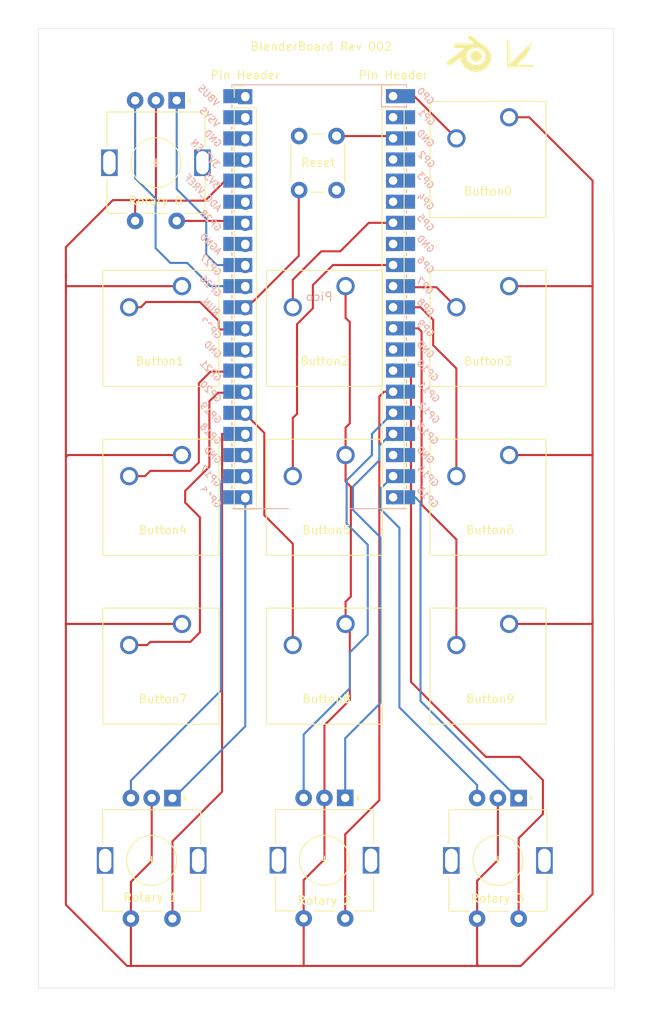
<source format=kicad_pcb>
(kicad_pcb (version 20171130) (host pcbnew "(5.1.10)-1")

  (general
    (thickness 1.6)
    (drawings 5)
    (tracks 203)
    (zones 0)
    (modules 24)
    (nets 1)
  )

  (page A4)
  (layers
    (0 F.Cu signal)
    (31 B.Cu signal)
    (32 B.Adhes user)
    (33 F.Adhes user)
    (34 B.Paste user)
    (35 F.Paste user)
    (36 B.SilkS user)
    (37 F.SilkS user)
    (38 B.Mask user)
    (39 F.Mask user)
    (40 Dwgs.User user)
    (41 Cmts.User user)
    (42 Eco1.User user)
    (43 Eco2.User user)
    (44 Edge.Cuts user)
    (45 Margin user)
    (46 B.CrtYd user)
    (47 F.CrtYd user)
    (48 B.Fab user)
    (49 F.Fab user)
  )

  (setup
    (last_trace_width 0.25)
    (trace_clearance 0.199)
    (zone_clearance 0.508)
    (zone_45_only no)
    (trace_min 0.2)
    (via_size 0.8)
    (via_drill 0.4)
    (via_min_size 0.4)
    (via_min_drill 0.3)
    (uvia_size 0.3)
    (uvia_drill 0.1)
    (uvias_allowed no)
    (uvia_min_size 0.2)
    (uvia_min_drill 0.1)
    (edge_width 0.05)
    (segment_width 0.2)
    (pcb_text_width 0.3)
    (pcb_text_size 1.5 1.5)
    (mod_edge_width 0.12)
    (mod_text_size 1 1)
    (mod_text_width 0.15)
    (pad_size 1.524 1.524)
    (pad_drill 0.762)
    (pad_to_mask_clearance 0)
    (aux_axis_origin 0 0)
    (visible_elements 7FFFFFFF)
    (pcbplotparams
      (layerselection 0x010fc_ffffffff)
      (usegerberextensions false)
      (usegerberattributes true)
      (usegerberadvancedattributes true)
      (creategerberjobfile true)
      (excludeedgelayer true)
      (linewidth 0.100000)
      (plotframeref false)
      (viasonmask false)
      (mode 1)
      (useauxorigin false)
      (hpglpennumber 1)
      (hpglpenspeed 20)
      (hpglpendiameter 15.000000)
      (psnegative false)
      (psa4output false)
      (plotreference true)
      (plotvalue true)
      (plotinvisibletext false)
      (padsonsilk false)
      (subtractmaskfromsilk false)
      (outputformat 1)
      (mirror false)
      (drillshape 0)
      (scaleselection 1)
      (outputdirectory "./"))
  )

  (net 0 "")

  (net_class Default "This is the default net class."
    (clearance 0.199)
    (trace_width 0.25)
    (via_dia 0.8)
    (via_drill 0.4)
    (uvia_dia 0.3)
    (uvia_drill 0.1)
  )

  (module Button_Switch_THT:SW_PUSH_6mm (layer F.Cu) (tedit 5A02FE31) (tstamp 6319691E)
    (at 147.447 56.388 90)
    (descr https://www.omron.com/ecb/products/pdf/en-b3f.pdf)
    (tags "tact sw push 6mm")
    (fp_text reference Reset (at 3.302 2.286 180) (layer F.SilkS)
      (effects (font (size 1 1) (thickness 0.15)))
    )
    (fp_text value SW_PUSH_6mm (at 3.75 6.7 90) (layer F.Fab)
      (effects (font (size 1 1) (thickness 0.15)))
    )
    (fp_circle (center 3.25 2.25) (end 1.25 2.5) (layer F.Fab) (width 0.1))
    (fp_line (start 6.75 3) (end 6.75 1.5) (layer F.SilkS) (width 0.12))
    (fp_line (start 5.5 -1) (end 1 -1) (layer F.SilkS) (width 0.12))
    (fp_line (start -0.25 1.5) (end -0.25 3) (layer F.SilkS) (width 0.12))
    (fp_line (start 1 5.5) (end 5.5 5.5) (layer F.SilkS) (width 0.12))
    (fp_line (start 8 -1.25) (end 8 5.75) (layer F.CrtYd) (width 0.05))
    (fp_line (start 7.75 6) (end -1.25 6) (layer F.CrtYd) (width 0.05))
    (fp_line (start -1.5 5.75) (end -1.5 -1.25) (layer F.CrtYd) (width 0.05))
    (fp_line (start -1.25 -1.5) (end 7.75 -1.5) (layer F.CrtYd) (width 0.05))
    (fp_line (start -1.5 6) (end -1.25 6) (layer F.CrtYd) (width 0.05))
    (fp_line (start -1.5 5.75) (end -1.5 6) (layer F.CrtYd) (width 0.05))
    (fp_line (start -1.5 -1.5) (end -1.25 -1.5) (layer F.CrtYd) (width 0.05))
    (fp_line (start -1.5 -1.25) (end -1.5 -1.5) (layer F.CrtYd) (width 0.05))
    (fp_line (start 8 -1.5) (end 8 -1.25) (layer F.CrtYd) (width 0.05))
    (fp_line (start 7.75 -1.5) (end 8 -1.5) (layer F.CrtYd) (width 0.05))
    (fp_line (start 8 6) (end 8 5.75) (layer F.CrtYd) (width 0.05))
    (fp_line (start 7.75 6) (end 8 6) (layer F.CrtYd) (width 0.05))
    (fp_line (start 0.25 -0.75) (end 3.25 -0.75) (layer F.Fab) (width 0.1))
    (fp_line (start 0.25 5.25) (end 0.25 -0.75) (layer F.Fab) (width 0.1))
    (fp_line (start 6.25 5.25) (end 0.25 5.25) (layer F.Fab) (width 0.1))
    (fp_line (start 6.25 -0.75) (end 6.25 5.25) (layer F.Fab) (width 0.1))
    (fp_line (start 3.25 -0.75) (end 6.25 -0.75) (layer F.Fab) (width 0.1))
    (fp_text user %R (at 3.25 2.25) (layer F.Fab)
      (effects (font (size 1 1) (thickness 0.15)))
    )
    (pad 1 thru_hole circle (at 6.5 0 180) (size 2 2) (drill 1.1) (layers *.Cu *.Mask))
    (pad 2 thru_hole circle (at 6.5 4.5 180) (size 2 2) (drill 1.1) (layers *.Cu *.Mask))
    (pad 1 thru_hole circle (at 0 0 180) (size 2 2) (drill 1.1) (layers *.Cu *.Mask))
    (pad 2 thru_hole circle (at 0 4.5 180) (size 2 2) (drill 1.1) (layers *.Cu *.Mask))
    (model ${KISYS3DMOD}/Button_Switch_THT.3dshapes/SW_PUSH_6mm.wrl
      (at (xyz 0 0 0))
      (scale (xyz 1 1 1))
      (rotate (xyz 0 0 0))
    )
  )

  (module MCU_RaspberryPi_and_Boards:RPi_Pico_SMD_TH_NoDebug (layer B.Cu) (tedit 6315FF0D) (tstamp 63169D76)
    (at 149.86 69.215 180)
    (descr "Through hole straight pin header, 2x20, 2.54mm pitch, double rows")
    (tags "Through hole pin header THT 2x20 2.54mm double row")
    (fp_text reference Pico (at 0 0) (layer B.SilkS)
      (effects (font (size 1 1) (thickness 0.15)) (justify mirror))
    )
    (fp_text value RPi_Pico_SMD_TH_NoDebug (at 0 -2.159) (layer B.Fab)
      (effects (font (size 1 1) (thickness 0.15)) (justify mirror))
    )
    (fp_line (start -10.5 25.5) (end 10.5 25.5) (layer B.Fab) (width 0.12))
    (fp_line (start 10.5 25.5) (end 10.5 -25.5) (layer B.Fab) (width 0.12))
    (fp_line (start 10.5 -25.5) (end -10.5 -25.5) (layer B.Fab) (width 0.12))
    (fp_line (start -10.5 -25.5) (end -10.5 25.5) (layer B.Fab) (width 0.12))
    (fp_line (start -10.5 24.2) (end -9.2 25.5) (layer B.Fab) (width 0.12))
    (fp_line (start -11 26) (end 11 26) (layer B.CrtYd) (width 0.12))
    (fp_line (start 11 26) (end 11 -26) (layer B.CrtYd) (width 0.12))
    (fp_line (start 11 -26) (end -11 -26) (layer B.CrtYd) (width 0.12))
    (fp_line (start -11 -26) (end -11 26) (layer B.CrtYd) (width 0.12))
    (fp_line (start -10.5 25.5) (end 10.5 25.5) (layer B.SilkS) (width 0.12))
    (fp_line (start -3.7 -25.5) (end -10.5 -25.5) (layer B.SilkS) (width 0.12))
    (fp_line (start -10.5 22.833) (end -7.493 22.833) (layer B.SilkS) (width 0.12))
    (fp_line (start -7.493 22.833) (end -7.493 25.5) (layer B.SilkS) (width 0.12))
    (fp_line (start -10.5 25.5) (end -10.5 25.2) (layer B.SilkS) (width 0.12))
    (fp_line (start -10.5 23.1) (end -10.5 22.7) (layer B.SilkS) (width 0.12))
    (fp_line (start -10.5 20.5) (end -10.5 20.1) (layer B.SilkS) (width 0.12))
    (fp_line (start -10.5 18) (end -10.5 17.6) (layer B.SilkS) (width 0.12))
    (fp_line (start -10.5 15.4) (end -10.5 15) (layer B.SilkS) (width 0.12))
    (fp_line (start -10.5 12.9) (end -10.5 12.5) (layer B.SilkS) (width 0.12))
    (fp_line (start -10.5 10.4) (end -10.5 10) (layer B.SilkS) (width 0.12))
    (fp_line (start -10.5 7.8) (end -10.5 7.4) (layer B.SilkS) (width 0.12))
    (fp_line (start -10.5 5.3) (end -10.5 4.9) (layer B.SilkS) (width 0.12))
    (fp_line (start -10.5 2.7) (end -10.5 2.3) (layer B.SilkS) (width 0.12))
    (fp_line (start -10.5 0.2) (end -10.5 -0.2) (layer B.SilkS) (width 0.12))
    (fp_line (start -10.5 -2.3) (end -10.5 -2.7) (layer B.SilkS) (width 0.12))
    (fp_line (start -10.5 -4.9) (end -10.5 -5.3) (layer B.SilkS) (width 0.12))
    (fp_line (start -10.5 -7.4) (end -10.5 -7.8) (layer B.SilkS) (width 0.12))
    (fp_line (start -10.5 -10) (end -10.5 -10.4) (layer B.SilkS) (width 0.12))
    (fp_line (start -10.5 -12.5) (end -10.5 -12.9) (layer B.SilkS) (width 0.12))
    (fp_line (start -10.5 -15.1) (end -10.5 -15.5) (layer B.SilkS) (width 0.12))
    (fp_line (start -10.5 -17.6) (end -10.5 -18) (layer B.SilkS) (width 0.12))
    (fp_line (start -10.5 -20.1) (end -10.5 -20.5) (layer B.SilkS) (width 0.12))
    (fp_line (start -10.5 -22.7) (end -10.5 -23.1) (layer B.SilkS) (width 0.12))
    (fp_line (start 10.5 10.4) (end 10.5 10) (layer B.SilkS) (width 0.12))
    (fp_line (start 10.5 5.3) (end 10.5 4.9) (layer B.SilkS) (width 0.12))
    (fp_line (start 10.5 -2.3) (end 10.5 -2.7) (layer B.SilkS) (width 0.12))
    (fp_line (start 10.5 -10) (end 10.5 -10.4) (layer B.SilkS) (width 0.12))
    (fp_line (start 10.5 20.5) (end 10.5 20.1) (layer B.SilkS) (width 0.12))
    (fp_line (start 10.5 23.1) (end 10.5 22.7) (layer B.SilkS) (width 0.12))
    (fp_line (start 10.5 15.4) (end 10.5 15) (layer B.SilkS) (width 0.12))
    (fp_line (start 10.5 -17.6) (end 10.5 -18) (layer B.SilkS) (width 0.12))
    (fp_line (start 10.5 -22.7) (end 10.5 -23.1) (layer B.SilkS) (width 0.12))
    (fp_line (start 10.5 -20.1) (end 10.5 -20.5) (layer B.SilkS) (width 0.12))
    (fp_line (start 10.5 -4.9) (end 10.5 -5.3) (layer B.SilkS) (width 0.12))
    (fp_line (start 10.5 0.2) (end 10.5 -0.2) (layer B.SilkS) (width 0.12))
    (fp_line (start 10.5 12.9) (end 10.5 12.5) (layer B.SilkS) (width 0.12))
    (fp_line (start 10.5 7.8) (end 10.5 7.4) (layer B.SilkS) (width 0.12))
    (fp_line (start 10.5 -12.5) (end 10.5 -12.9) (layer B.SilkS) (width 0.12))
    (fp_line (start 10.5 2.7) (end 10.5 2.3) (layer B.SilkS) (width 0.12))
    (fp_line (start 10.5 25.5) (end 10.5 25.2) (layer B.SilkS) (width 0.12))
    (fp_line (start 10.5 18) (end 10.5 17.6) (layer B.SilkS) (width 0.12))
    (fp_line (start 10.5 -7.4) (end 10.5 -7.8) (layer B.SilkS) (width 0.12))
    (fp_line (start 10.5 -15.1) (end 10.5 -15.5) (layer B.SilkS) (width 0.12))
    (fp_line (start 10.5 -25.5) (end 3.7 -25.5) (layer B.SilkS) (width 0.12))
    (fp_text user "Copper Keepouts shown on Dwgs layer" (at 0.1 30.2) (layer Cmts.User)
      (effects (font (size 1 1) (thickness 0.15)))
    )
    (fp_text user AGND (at 13.054 6.35 315) (layer B.SilkS)
      (effects (font (size 0.8 0.8) (thickness 0.15)) (justify mirror))
    )
    (fp_text user GND (at 12.8 19.05 315) (layer B.SilkS)
      (effects (font (size 0.8 0.8) (thickness 0.15)) (justify mirror))
    )
    (fp_text user GND (at 12.8 -6.35 315) (layer B.SilkS)
      (effects (font (size 0.8 0.8) (thickness 0.15)) (justify mirror))
    )
    (fp_text user GND (at 12.8 -19.05 315) (layer B.SilkS)
      (effects (font (size 0.8 0.8) (thickness 0.15)) (justify mirror))
    )
    (fp_text user GND (at -12.8 -19.05 315) (layer B.SilkS)
      (effects (font (size 0.8 0.8) (thickness 0.15)) (justify mirror))
    )
    (fp_text user GND (at -12.8 -6.35 315) (layer B.SilkS)
      (effects (font (size 0.8 0.8) (thickness 0.15)) (justify mirror))
    )
    (fp_text user GND (at -12.8 6.35 315) (layer B.SilkS)
      (effects (font (size 0.8 0.8) (thickness 0.15)) (justify mirror))
    )
    (fp_text user GND (at -12.8 19.05 315) (layer B.SilkS)
      (effects (font (size 0.8 0.8) (thickness 0.15)) (justify mirror))
    )
    (fp_text user VBUS (at 13.3 24.2 315) (layer B.SilkS)
      (effects (font (size 0.8 0.8) (thickness 0.15)) (justify mirror))
    )
    (fp_text user VSYS (at 13.2 21.59 315) (layer B.SilkS)
      (effects (font (size 0.8 0.8) (thickness 0.15)) (justify mirror))
    )
    (fp_text user 3V3_EN (at 13.7 17.2 315) (layer B.SilkS)
      (effects (font (size 0.8 0.8) (thickness 0.15)) (justify mirror))
    )
    (fp_text user 3V3 (at 12.9 13.9 315) (layer B.SilkS)
      (effects (font (size 0.8 0.8) (thickness 0.15)) (justify mirror))
    )
    (fp_text user ADC_VREF (at 14 12.5 315) (layer B.SilkS)
      (effects (font (size 0.8 0.8) (thickness 0.15)) (justify mirror))
    )
    (fp_text user GP28 (at 13.054 9.144 315) (layer B.SilkS)
      (effects (font (size 0.8 0.8) (thickness 0.15)) (justify mirror))
    )
    (fp_text user GP27 (at 13.054 3.8 315) (layer B.SilkS)
      (effects (font (size 0.8 0.8) (thickness 0.15)) (justify mirror))
    )
    (fp_text user GP26 (at 13.054 1.27 315) (layer B.SilkS)
      (effects (font (size 0.8 0.8) (thickness 0.15)) (justify mirror))
    )
    (fp_text user RUN (at 13 -1.27 315) (layer B.SilkS)
      (effects (font (size 0.8 0.8) (thickness 0.15)) (justify mirror))
    )
    (fp_text user GP22 (at 13.054 -3.81 315) (layer B.SilkS)
      (effects (font (size 0.8 0.8) (thickness 0.15)) (justify mirror))
    )
    (fp_text user GP21 (at 13.054 -8.9 315) (layer B.SilkS)
      (effects (font (size 0.8 0.8) (thickness 0.15)) (justify mirror))
    )
    (fp_text user GP20 (at 13.054 -11.43 315) (layer B.SilkS)
      (effects (font (size 0.8 0.8) (thickness 0.15)) (justify mirror))
    )
    (fp_text user GP19 (at 13.054 -13.97 315) (layer B.SilkS)
      (effects (font (size 0.8 0.8) (thickness 0.15)) (justify mirror))
    )
    (fp_text user GP18 (at 13.054 -16.51 315) (layer B.SilkS)
      (effects (font (size 0.8 0.8) (thickness 0.15)) (justify mirror))
    )
    (fp_text user GP17 (at 13.054 -21.59 315) (layer B.SilkS)
      (effects (font (size 0.8 0.8) (thickness 0.15)) (justify mirror))
    )
    (fp_text user GP16 (at 13.054 -24.13 315) (layer B.SilkS)
      (effects (font (size 0.8 0.8) (thickness 0.15)) (justify mirror))
    )
    (fp_text user GP15 (at -13.054 -24.13 315) (layer B.SilkS)
      (effects (font (size 0.8 0.8) (thickness 0.15)) (justify mirror))
    )
    (fp_text user GP14 (at -13.1 -21.59 315) (layer B.SilkS)
      (effects (font (size 0.8 0.8) (thickness 0.15)) (justify mirror))
    )
    (fp_text user GP13 (at -13.054 -16.51 315) (layer B.SilkS)
      (effects (font (size 0.8 0.8) (thickness 0.15)) (justify mirror))
    )
    (fp_text user GP12 (at -13.2 -13.97 315) (layer B.SilkS)
      (effects (font (size 0.8 0.8) (thickness 0.15)) (justify mirror))
    )
    (fp_text user GP11 (at -13.2 -11.43 315) (layer B.SilkS)
      (effects (font (size 0.8 0.8) (thickness 0.15)) (justify mirror))
    )
    (fp_text user GP10 (at -13.054 -8.89 315) (layer B.SilkS)
      (effects (font (size 0.8 0.8) (thickness 0.15)) (justify mirror))
    )
    (fp_text user GP9 (at -12.8 -3.81 315) (layer B.SilkS)
      (effects (font (size 0.8 0.8) (thickness 0.15)) (justify mirror))
    )
    (fp_text user GP8 (at -12.8 -1.27 315) (layer B.SilkS)
      (effects (font (size 0.8 0.8) (thickness 0.15)) (justify mirror))
    )
    (fp_text user GP7 (at -12.7 1.3 315) (layer B.SilkS)
      (effects (font (size 0.8 0.8) (thickness 0.15)) (justify mirror))
    )
    (fp_text user GP6 (at -12.8 3.81 315) (layer B.SilkS)
      (effects (font (size 0.8 0.8) (thickness 0.15)) (justify mirror))
    )
    (fp_text user GP5 (at -12.8 8.89 315) (layer B.SilkS)
      (effects (font (size 0.8 0.8) (thickness 0.15)) (justify mirror))
    )
    (fp_text user GP4 (at -12.8 11.43 315) (layer B.SilkS)
      (effects (font (size 0.8 0.8) (thickness 0.15)) (justify mirror))
    )
    (fp_text user GP3 (at -12.8 13.97 315) (layer B.SilkS)
      (effects (font (size 0.8 0.8) (thickness 0.15)) (justify mirror))
    )
    (fp_text user GP0 (at -12.8 24.13 315) (layer B.SilkS)
      (effects (font (size 0.8 0.8) (thickness 0.15)) (justify mirror))
    )
    (fp_text user GP2 (at -12.9 16.51 315) (layer B.SilkS)
      (effects (font (size 0.8 0.8) (thickness 0.15)) (justify mirror))
    )
    (fp_text user GP1 (at -12.9 21.6 315) (layer B.SilkS)
      (effects (font (size 0.8 0.8) (thickness 0.15)) (justify mirror))
    )
    (fp_text user %R (at 0 0 180) (layer B.Fab)
      (effects (font (size 1 1) (thickness 0.15)) (justify mirror))
    )
    (pad 21 smd rect (at 8.89 -24.13 180) (size 3.5 1.7) (drill (offset 0.9 0)) (layers B.Cu B.Mask))
    (pad 22 smd rect (at 8.89 -21.59 180) (size 3.5 1.7) (drill (offset 0.9 0)) (layers B.Cu B.Mask))
    (pad 23 smd rect (at 8.89 -19.05 180) (size 3.5 1.7) (drill (offset 0.9 0)) (layers B.Cu B.Mask))
    (pad 24 smd rect (at 8.89 -16.51 180) (size 3.5 1.7) (drill (offset 0.9 0)) (layers B.Cu B.Mask))
    (pad 25 smd rect (at 8.89 -13.97 180) (size 3.5 1.7) (drill (offset 0.9 0)) (layers B.Cu B.Mask))
    (pad 26 smd rect (at 8.89 -11.43 180) (size 3.5 1.7) (drill (offset 0.9 0)) (layers B.Cu B.Mask))
    (pad 27 smd rect (at 8.89 -8.89 180) (size 3.5 1.7) (drill (offset 0.9 0)) (layers B.Cu B.Mask))
    (pad 28 smd rect (at 8.89 -6.35 180) (size 3.5 1.7) (drill (offset 0.9 0)) (layers B.Cu B.Mask))
    (pad 29 smd rect (at 8.89 -3.81 180) (size 3.5 1.7) (drill (offset 0.9 0)) (layers B.Cu B.Mask))
    (pad 30 smd rect (at 8.89 -1.27 180) (size 3.5 1.7) (drill (offset 0.9 0)) (layers B.Cu B.Mask))
    (pad 31 smd rect (at 8.89 1.27 180) (size 3.5 1.7) (drill (offset 0.9 0)) (layers B.Cu B.Mask))
    (pad 32 smd rect (at 8.89 3.81 180) (size 3.5 1.7) (drill (offset 0.9 0)) (layers B.Cu B.Mask))
    (pad 33 smd rect (at 8.89 6.35 180) (size 3.5 1.7) (drill (offset 0.9 0)) (layers B.Cu B.Mask))
    (pad 34 smd rect (at 8.89 8.89 180) (size 3.5 1.7) (drill (offset 0.9 0)) (layers B.Cu B.Mask))
    (pad 35 smd rect (at 8.89 11.43 180) (size 3.5 1.7) (drill (offset 0.9 0)) (layers B.Cu B.Mask))
    (pad 36 smd rect (at 8.89 13.97 180) (size 3.5 1.7) (drill (offset 0.9 0)) (layers B.Cu B.Mask))
    (pad 37 smd rect (at 8.89 16.51 180) (size 3.5 1.7) (drill (offset 0.9 0)) (layers B.Cu B.Mask))
    (pad 38 smd rect (at 8.89 19.05 180) (size 3.5 1.7) (drill (offset 0.9 0)) (layers B.Cu B.Mask))
    (pad 39 smd rect (at 8.89 21.59 180) (size 3.5 1.7) (drill (offset 0.9 0)) (layers B.Cu B.Mask))
    (pad 40 smd rect (at 8.89 24.13 180) (size 3.5 1.7) (drill (offset 0.9 0)) (layers B.Cu B.Mask))
    (pad 20 smd rect (at -8.89 -24.13 180) (size 3.5 1.7) (drill (offset -0.9 0)) (layers B.Cu B.Mask))
    (pad 19 smd rect (at -8.89 -21.59 180) (size 3.5 1.7) (drill (offset -0.9 0)) (layers B.Cu B.Mask))
    (pad 18 smd rect (at -8.89 -19.05 180) (size 3.5 1.7) (drill (offset -0.9 0)) (layers B.Cu B.Mask))
    (pad 17 smd rect (at -8.89 -16.51 180) (size 3.5 1.7) (drill (offset -0.9 0)) (layers B.Cu B.Mask))
    (pad 16 smd rect (at -8.89 -13.97 180) (size 3.5 1.7) (drill (offset -0.9 0)) (layers B.Cu B.Mask))
    (pad 15 smd rect (at -8.89 -11.43 180) (size 3.5 1.7) (drill (offset -0.9 0)) (layers B.Cu B.Mask))
    (pad 14 smd rect (at -8.89 -8.89 180) (size 3.5 1.7) (drill (offset -0.9 0)) (layers B.Cu B.Mask))
    (pad 13 smd rect (at -8.89 -6.35 180) (size 3.5 1.7) (drill (offset -0.9 0)) (layers B.Cu B.Mask))
    (pad 12 smd rect (at -8.89 -3.81 180) (size 3.5 1.7) (drill (offset -0.9 0)) (layers B.Cu B.Mask))
    (pad 11 smd rect (at -8.89 -1.27 180) (size 3.5 1.7) (drill (offset -0.9 0)) (layers B.Cu B.Mask))
    (pad 10 smd rect (at -8.89 1.27 180) (size 3.5 1.7) (drill (offset -0.9 0)) (layers B.Cu B.Mask))
    (pad 9 smd rect (at -8.89 3.81 180) (size 3.5 1.7) (drill (offset -0.9 0)) (layers B.Cu B.Mask))
    (pad 8 smd rect (at -8.89 6.35 180) (size 3.5 1.7) (drill (offset -0.9 0)) (layers B.Cu B.Mask))
    (pad 7 smd rect (at -8.89 8.89 180) (size 3.5 1.7) (drill (offset -0.9 0)) (layers B.Cu B.Mask))
    (pad 6 smd rect (at -8.89 11.43 180) (size 3.5 1.7) (drill (offset -0.9 0)) (layers B.Cu B.Mask))
    (pad 5 smd rect (at -8.89 13.97 180) (size 3.5 1.7) (drill (offset -0.9 0)) (layers B.Cu B.Mask))
    (pad 4 smd rect (at -8.89 16.51 180) (size 3.5 1.7) (drill (offset -0.9 0)) (layers B.Cu B.Mask))
    (pad 3 smd rect (at -8.89 19.05 180) (size 3.5 1.7) (drill (offset -0.9 0)) (layers B.Cu B.Mask))
    (pad 2 smd rect (at -8.89 21.59 180) (size 3.5 1.7) (drill (offset -0.9 0)) (layers B.Cu B.Mask))
    (pad 1 smd rect (at -8.89 24.13 180) (size 3.5 1.7) (drill (offset -0.9 0)) (layers B.Cu B.Mask))
    (pad 40 thru_hole oval (at 8.89 24.13 180) (size 1.7 1.7) (drill 1.02) (layers *.Cu *.Mask))
    (pad 39 thru_hole oval (at 8.89 21.59 180) (size 1.7 1.7) (drill 1.02) (layers *.Cu *.Mask))
    (pad 38 thru_hole rect (at 8.89 19.05 180) (size 1.7 1.7) (drill 1.02) (layers *.Cu *.Mask))
    (pad 37 thru_hole oval (at 8.89 16.51 180) (size 1.7 1.7) (drill 1.02) (layers *.Cu *.Mask))
    (pad 36 thru_hole oval (at 8.89 13.97 180) (size 1.7 1.7) (drill 1.02) (layers *.Cu *.Mask))
    (pad 35 thru_hole oval (at 8.89 11.43 180) (size 1.7 1.7) (drill 1.02) (layers *.Cu *.Mask))
    (pad 34 thru_hole oval (at 8.89 8.89 180) (size 1.7 1.7) (drill 1.02) (layers *.Cu *.Mask))
    (pad 33 thru_hole rect (at 8.89 6.35 180) (size 1.7 1.7) (drill 1.02) (layers *.Cu *.Mask))
    (pad 32 thru_hole oval (at 8.89 3.81 180) (size 1.7 1.7) (drill 1.02) (layers *.Cu *.Mask))
    (pad 31 thru_hole oval (at 8.89 1.27 180) (size 1.7 1.7) (drill 1.02) (layers *.Cu *.Mask))
    (pad 30 thru_hole oval (at 8.89 -1.27 180) (size 1.7 1.7) (drill 1.02) (layers *.Cu *.Mask))
    (pad 29 thru_hole oval (at 8.89 -3.81 180) (size 1.7 1.7) (drill 1.02) (layers *.Cu *.Mask))
    (pad 28 thru_hole rect (at 8.89 -6.35 180) (size 1.7 1.7) (drill 1.02) (layers *.Cu *.Mask))
    (pad 27 thru_hole oval (at 8.89 -8.89 180) (size 1.7 1.7) (drill 1.02) (layers *.Cu *.Mask))
    (pad 26 thru_hole oval (at 8.89 -11.43 180) (size 1.7 1.7) (drill 1.02) (layers *.Cu *.Mask))
    (pad 25 thru_hole oval (at 8.89 -13.97 180) (size 1.7 1.7) (drill 1.02) (layers *.Cu *.Mask))
    (pad 24 thru_hole oval (at 8.89 -16.51 180) (size 1.7 1.7) (drill 1.02) (layers *.Cu *.Mask))
    (pad 23 thru_hole rect (at 8.89 -19.05 180) (size 1.7 1.7) (drill 1.02) (layers *.Cu *.Mask))
    (pad 22 thru_hole oval (at 8.89 -21.59 180) (size 1.7 1.7) (drill 1.02) (layers *.Cu *.Mask))
    (pad 21 thru_hole oval (at 8.89 -24.13 180) (size 1.7 1.7) (drill 1.02) (layers *.Cu *.Mask))
    (pad 20 thru_hole oval (at -8.89 -24.13 180) (size 1.7 1.7) (drill 1.02) (layers *.Cu *.Mask))
    (pad 19 thru_hole oval (at -8.89 -21.59 180) (size 1.7 1.7) (drill 1.02) (layers *.Cu *.Mask))
    (pad 18 thru_hole rect (at -8.89 -19.05 180) (size 1.7 1.7) (drill 1.02) (layers *.Cu *.Mask))
    (pad 17 thru_hole oval (at -8.89 -16.51 180) (size 1.7 1.7) (drill 1.02) (layers *.Cu *.Mask))
    (pad 16 thru_hole oval (at -8.89 -13.97 180) (size 1.7 1.7) (drill 1.02) (layers *.Cu *.Mask))
    (pad 15 thru_hole oval (at -8.89 -11.43 180) (size 1.7 1.7) (drill 1.02) (layers *.Cu *.Mask))
    (pad 14 thru_hole oval (at -8.89 -8.89 180) (size 1.7 1.7) (drill 1.02) (layers *.Cu *.Mask))
    (pad 13 thru_hole rect (at -8.89 -6.35 180) (size 1.7 1.7) (drill 1.02) (layers *.Cu *.Mask))
    (pad 12 thru_hole oval (at -8.89 -3.81 180) (size 1.7 1.7) (drill 1.02) (layers *.Cu *.Mask))
    (pad 11 thru_hole oval (at -8.89 -1.27 180) (size 1.7 1.7) (drill 1.02) (layers *.Cu *.Mask))
    (pad 10 thru_hole oval (at -8.89 1.27 180) (size 1.7 1.7) (drill 1.02) (layers *.Cu *.Mask))
    (pad 9 thru_hole oval (at -8.89 3.81 180) (size 1.7 1.7) (drill 1.02) (layers *.Cu *.Mask))
    (pad 8 thru_hole rect (at -8.89 6.35 180) (size 1.7 1.7) (drill 1.02) (layers *.Cu *.Mask))
    (pad 7 thru_hole oval (at -8.89 8.89 180) (size 1.7 1.7) (drill 1.02) (layers *.Cu *.Mask))
    (pad 6 thru_hole oval (at -8.89 11.43 180) (size 1.7 1.7) (drill 1.02) (layers *.Cu *.Mask))
    (pad 5 thru_hole oval (at -8.89 13.97 180) (size 1.7 1.7) (drill 1.02) (layers *.Cu *.Mask))
    (pad 4 thru_hole oval (at -8.89 16.51 180) (size 1.7 1.7) (drill 1.02) (layers *.Cu *.Mask))
    (pad 3 thru_hole rect (at -8.89 19.05 180) (size 1.7 1.7) (drill 1.02) (layers *.Cu *.Mask))
    (pad 2 thru_hole oval (at -8.89 21.59 180) (size 1.7 1.7) (drill 1.02) (layers *.Cu *.Mask))
    (pad 1 thru_hole oval (at -8.89 24.13 180) (size 1.7 1.7) (drill 1.02) (layers *.Cu *.Mask))
    (model "C:/Users/User/Downloads/KiCad-RP-Pico-main/RP-Pico Libraries/Pico.wrl"
      (offset (xyz 0 0 3))
      (scale (xyz 1 1 1))
      (rotate (xyz 0 0 0))
    )
  )

  (module blender_logo_kit:BlenderLogoInv (layer F.Cu) (tedit 0) (tstamp 6317CC83)
    (at 167.894 40.005)
    (fp_text reference G*** (at 2.032 -5.715) (layer F.SilkS) hide
      (effects (font (size 1.524 1.524) (thickness 0.3)))
    )
    (fp_text value LOGO (at 0.508 -5.334) (layer F.SilkS) hide
      (effects (font (size 1.524 1.524) (thickness 0.3)))
    )
    (fp_poly (pts (xy 0.846667 -0.367167) (xy 0.900445 -0.366892) (xy 0.941276 -0.365897) (xy 0.973145 -0.363755)
      (xy 1.000035 -0.360035) (xy 1.025932 -0.354309) (xy 1.054819 -0.346146) (xy 1.062045 -0.343958)
      (xy 1.166356 -0.304606) (xy 1.260532 -0.253783) (xy 1.343713 -0.192553) (xy 1.415037 -0.121981)
      (xy 1.473642 -0.043129) (xy 1.518667 0.042938) (xy 1.549251 0.135157) (xy 1.564533 0.232463)
      (xy 1.566186 0.278638) (xy 1.562063 0.361211) (xy 1.54911 0.434526) (xy 1.525969 0.504519)
      (xy 1.503057 0.554567) (xy 1.448169 0.645047) (xy 1.380276 0.725113) (xy 1.300241 0.794066)
      (xy 1.208926 0.851212) (xy 1.107193 0.895852) (xy 1.062567 0.91041) (xy 1.000616 0.924319)
      (xy 0.92828 0.933476) (xy 0.851506 0.937615) (xy 0.776237 0.936466) (xy 0.708418 0.92976)
      (xy 0.692865 0.927098) (xy 0.589005 0.89985) (xy 0.493192 0.859757) (xy 0.406315 0.808094)
      (xy 0.329263 0.746141) (xy 0.262923 0.675174) (xy 0.208183 0.596472) (xy 0.165932 0.511312)
      (xy 0.137058 0.420973) (xy 0.122448 0.326731) (xy 0.122992 0.229865) (xy 0.139577 0.131653)
      (xy 0.139683 0.131233) (xy 0.170906 0.04152) (xy 0.2172 -0.044015) (xy 0.276836 -0.123308)
      (xy 0.348084 -0.194296) (xy 0.429214 -0.254913) (xy 0.494032 -0.291601) (xy 0.552123 -0.318714)
      (xy 0.604257 -0.33873) (xy 0.654949 -0.352616) (xy 0.708711 -0.36134) (xy 0.770057 -0.365868)
      (xy 0.843501 -0.367169) (xy 0.846667 -0.367167)) (layer F.SilkS) (width 0.01))
    (fp_poly (pts (xy 0.214484 -2.180426) (xy 0.244075 -2.176238) (xy 0.269308 -2.168779) (xy 0.296472 -2.156521)
      (xy 0.308841 -2.150166) (xy 0.322368 -2.141438) (xy 0.348287 -2.123085) (xy 0.385612 -2.095864)
      (xy 0.433357 -2.060531) (xy 0.490535 -2.01784) (xy 0.556161 -1.968548) (xy 0.629247 -1.913411)
      (xy 0.708808 -1.853184) (xy 0.793858 -1.788624) (xy 0.883409 -1.720486) (xy 0.976477 -1.649525)
      (xy 1.072073 -1.576498) (xy 1.169213 -1.50216) (xy 1.266909 -1.427268) (xy 1.364176 -1.352576)
      (xy 1.460028 -1.278842) (xy 1.553477 -1.206819) (xy 1.643537 -1.137266) (xy 1.729223 -1.070936)
      (xy 1.809548 -1.008586) (xy 1.883526 -0.950972) (xy 1.95017 -0.89885) (xy 2.008494 -0.852975)
      (xy 2.057511 -0.814103) (xy 2.096237 -0.78299) (xy 2.123683 -0.760391) (xy 2.1336 -0.751877)
      (xy 2.233136 -0.65451) (xy 2.326905 -0.544176) (xy 2.412718 -0.424194) (xy 2.488386 -0.297886)
      (xy 2.551721 -0.168573) (xy 2.598066 -0.047209) (xy 2.641506 0.112117) (xy 2.668246 0.272299)
      (xy 2.678434 0.432484) (xy 2.672217 0.591818) (xy 2.649741 0.749448) (xy 2.611155 0.904521)
      (xy 2.556604 1.056184) (xy 2.486237 1.203583) (xy 2.400201 1.345864) (xy 2.344268 1.424265)
      (xy 2.302644 1.47536) (xy 2.250894 1.532655) (xy 2.192685 1.592534) (xy 2.13169 1.65138)
      (xy 2.071576 1.705577) (xy 2.016016 1.751509) (xy 1.999141 1.764357) (xy 1.849904 1.864572)
      (xy 1.692007 1.950466) (xy 1.526439 2.021632) (xy 1.354188 2.077668) (xy 1.176241 2.118167)
      (xy 1.109133 2.129136) (xy 1.053914 2.13553) (xy 0.98691 2.14064) (xy 0.912758 2.144342)
      (xy 0.836093 2.146513) (xy 0.761549 2.147029) (xy 0.693764 2.145768) (xy 0.637371 2.142607)
      (xy 0.629316 2.141878) (xy 0.453536 2.117205) (xy 0.283328 2.078173) (xy 0.119545 2.02542)
      (xy -0.03696 1.959588) (xy -0.185334 1.881316) (xy -0.324725 1.791244) (xy -0.454279 1.690012)
      (xy -0.573142 1.578262) (xy -0.680464 1.456631) (xy -0.775389 1.325762) (xy -0.857065 1.186293)
      (xy -0.92464 1.038866) (xy -0.956389 0.951913) (xy -0.989768 0.837825) (xy -1.011031 0.731567)
      (xy -1.020711 0.629711) (xy -1.020118 0.541867) (xy -1.014516 0.436033) (xy -1.034308 0.453967)
      (xy -1.045968 0.463945) (xy -1.069476 0.48356) (xy -1.103546 0.511762) (xy -1.146893 0.5475)
      (xy -1.198232 0.589723) (xy -1.256275 0.63738) (xy -1.319739 0.68942) (xy -1.387337 0.744793)
      (xy -1.457783 0.802448) (xy -1.529792 0.861333) (xy -1.602079 0.920398) (xy -1.673357 0.978592)
      (xy -1.74234 1.034865) (xy -1.807744 1.088165) (xy -1.868283 1.137442) (xy -1.92267 1.181644)
      (xy -1.96962 1.219721) (xy -2.007848 1.250623) (xy -2.036068 1.273297) (xy -2.052994 1.286694)
      (xy -2.055103 1.288313) (xy -2.125462 1.333613) (xy -2.198876 1.366087) (xy -2.273324 1.385701)
      (xy -2.346785 1.392419) (xy -2.417241 1.386206) (xy -2.48267 1.367027) (xy -2.541054 1.334846)
      (xy -2.58335 1.29755) (xy -2.613286 1.259756) (xy -2.633612 1.219717) (xy -2.647113 1.171352)
      (xy -2.650946 1.150077) (xy -2.65372 1.082321) (xy -2.641743 1.011811) (xy -2.616124 0.941729)
      (xy -2.57797 0.875255) (xy -2.537764 0.8253) (xy -2.524544 0.81321) (xy -2.498404 0.791321)
      (xy -2.459909 0.760074) (xy -2.409624 0.719909) (xy -2.348116 0.671269) (xy -2.275948 0.614596)
      (xy -2.193687 0.550331) (xy -2.101897 0.478916) (xy -2.001143 0.400792) (xy -1.891991 0.316401)
      (xy -1.820868 0.261551) (xy -0.300598 0.261551) (xy -0.300179 0.383138) (xy -0.283438 0.503688)
      (xy -0.250447 0.622119) (xy -0.20128 0.737349) (xy -0.140255 0.841964) (xy -0.061675 0.944996)
      (xy 0.029619 1.037877) (xy 0.132197 1.119762) (xy 0.244627 1.18981) (xy 0.36548 1.247177)
      (xy 0.493325 1.291021) (xy 0.626731 1.320499) (xy 0.6858 1.328587) (xy 0.745201 1.332659)
      (xy 0.814859 1.333356) (xy 0.888482 1.330897) (xy 0.959779 1.325505) (xy 1.02246 1.3174)
      (xy 1.027077 1.316613) (xy 1.138159 1.291245) (xy 1.249621 1.254538) (xy 1.357004 1.208354)
      (xy 1.455849 1.154553) (xy 1.522162 1.10998) (xy 1.624479 1.024657) (xy 1.71316 0.931149)
      (xy 1.787905 0.830578) (xy 1.848414 0.724065) (xy 1.894387 0.612732) (xy 1.925523 0.4977)
      (xy 1.941522 0.380091) (xy 1.942083 0.261027) (xy 1.926908 0.141628) (xy 1.895695 0.023017)
      (xy 1.848143 -0.093684) (xy 1.845735 -0.098628) (xy 1.781379 -0.210909) (xy 1.703619 -0.313681)
      (xy 1.613538 -0.406201) (xy 1.512218 -0.487725) (xy 1.400743 -0.557511) (xy 1.280197 -0.614816)
      (xy 1.151661 -0.658897) (xy 1.016219 -0.689011) (xy 0.976418 -0.694944) (xy 0.927314 -0.699292)
      (xy 0.867466 -0.701228) (xy 0.801678 -0.700906) (xy 0.734754 -0.698482) (xy 0.671499 -0.694111)
      (xy 0.616716 -0.687949) (xy 0.5842 -0.682271) (xy 0.448569 -0.645147) (xy 0.320769 -0.59476)
      (xy 0.201866 -0.531902) (xy 0.092926 -0.457362) (xy -0.004986 -0.37193) (xy -0.090804 -0.276396)
      (xy -0.163461 -0.171551) (xy -0.203201 -0.098628) (xy -0.252181 0.019586) (xy -0.284623 0.140006)
      (xy -0.300598 0.261551) (xy -1.820868 0.261551) (xy -1.775007 0.226184) (xy -1.650754 0.130584)
      (xy -1.530304 0.0381) (xy -0.570068 -0.6985) (xy -1.133817 -0.703035) (xy -1.255477 -0.704104)
      (xy -1.361067 -0.705233) (xy -1.451451 -0.706444) (xy -1.527491 -0.707759) (xy -1.590051 -0.709201)
      (xy -1.639996 -0.71079) (xy -1.678187 -0.712549) (xy -1.705489 -0.714499) (xy -1.722765 -0.716662)
      (xy -1.728701 -0.71808) (xy -1.776185 -0.740434) (xy -1.820873 -0.772761) (xy -1.856777 -0.81044)
      (xy -1.866315 -0.82429) (xy -1.880359 -0.849672) (xy -1.8881 -0.872765) (xy -1.891343 -0.900737)
      (xy -1.891898 -0.92589) (xy -1.884118 -0.991325) (xy -1.860618 -1.051746) (xy -1.822079 -1.106348)
      (xy -1.769184 -1.154326) (xy -1.702615 -1.194875) (xy -1.64221 -1.220623) (xy -1.5875 -1.240367)
      (xy 0.58996 -1.248833) (xy 0.27702 -1.502834) (xy 0.193973 -1.570291) (xy 0.123087 -1.628032)
      (xy 0.063336 -1.676962) (xy 0.013693 -1.717985) (xy -0.026867 -1.752008) (xy -0.059371 -1.779936)
      (xy -0.084844 -1.802674) (xy -0.104314 -1.821129) (xy -0.118806 -1.836205) (xy -0.129346 -1.848808)
      (xy -0.136961 -1.859845) (xy -0.142677 -1.870219) (xy -0.145092 -1.875328) (xy -0.159015 -1.925276)
      (xy -0.157332 -1.976607) (xy -0.14098 -2.027092) (xy -0.110896 -2.074501) (xy -0.068015 -2.116605)
      (xy -0.033866 -2.139988) (xy 0.026216 -2.166621) (xy 0.095814 -2.1808) (xy 0.174249 -2.182872)
      (xy 0.214484 -2.180426)) (layer F.SilkS) (width 0.01))
  )

  (module blender_logo_kit:SpectralVectorsLogo (layer F.Cu) (tedit 0) (tstamp 6317CC7F)
    (at 173.99 40.005)
    (fp_text reference G*** (at 1.397 -5.334) (layer F.SilkS) hide
      (effects (font (size 1.524 1.524) (thickness 0.3)))
    )
    (fp_text value LOGO (at 2.159 -5.334) (layer F.SilkS) hide
      (effects (font (size 1.524 1.524) (thickness 0.3)))
    )
    (fp_poly (pts (xy -1.503046 -1.649096) (xy -1.491361 -1.647768) (xy -1.472468 -1.646713) (xy -1.44932 -1.646063)
      (xy -1.432389 -1.64592) (xy -1.377607 -1.64592) (xy -1.306024 -1.52173) (xy -1.23444 -1.397539)
      (xy -1.23444 1.21412) (xy -1.13792 1.21412) (xy -1.13792 1.16261) (xy -1.137669 1.136749)
      (xy -1.13586 1.118859) (xy -1.13091 1.107465) (xy -1.12124 1.101092) (xy -1.105266 1.098262)
      (xy -1.081407 1.097501) (xy -1.06807 1.097441) (xy -1.016 1.09728) (xy -1.016 1.044727)
      (xy -1.015693 1.017174) (xy -1.013717 0.998095) (xy -1.008497 0.985934) (xy -0.998456 0.979132)
      (xy -0.982016 0.976134) (xy -0.957599 0.975381) (xy -0.94575 0.97536) (xy -0.89408 0.97536)
      (xy -0.89408 0.923036) (xy -0.893439 0.894796) (xy -0.891557 0.875323) (xy -0.888501 0.865241)
      (xy -0.887984 0.864616) (xy -0.87925 0.861421) (xy -0.860847 0.859382) (xy -0.833209 0.85854)
      (xy -0.827191 0.85852) (xy -0.772493 0.85852) (xy -0.771057 0.80137) (xy -0.76962 0.74422)
      (xy -0.65056 0.74136) (xy -0.6477 0.6223) (xy -0.58801 0.620868) (xy -0.52832 0.619437)
      (xy -0.52832 0.50292) (xy -0.41148 0.50292) (xy -0.41148 0.38608) (xy -0.28956 0.38608)
      (xy -0.28956 0.26416) (xy -0.16764 0.26416) (xy -0.16764 0.14224) (xy -0.0508 0.14224)
      (xy -0.0508 0.0254) (xy 0.007458 0.0254) (xy 0.065717 0.025399) (xy 0.067148 -0.03429)
      (xy 0.06858 -0.09398) (xy 0.12573 -0.095417) (xy 0.18288 -0.096853) (xy 0.18288 -0.147821)
      (xy 0.183048 -0.17614) (xy 0.184496 -0.195768) (xy 0.188632 -0.208175) (xy 0.196867 -0.21483)
      (xy 0.210611 -0.217202) (xy 0.231275 -0.216759) (xy 0.248075 -0.215722) (xy 0.302358 -0.212264)
      (xy 0.300762 -0.263429) (xy 0.300068 -0.2917) (xy 0.300992 -0.311372) (xy 0.304947 -0.324004)
      (xy 0.313349 -0.331154) (xy 0.327612 -0.334383) (xy 0.349148 -0.335247) (xy 0.365938 -0.33528)
      (xy 0.42164 -0.33528) (xy 0.42164 -0.386414) (xy 0.421809 -0.414444) (xy 0.423259 -0.433884)
      (xy 0.427404 -0.446307) (xy 0.435655 -0.453283) (xy 0.449427 -0.456383) (xy 0.470132 -0.457177)
      (xy 0.485318 -0.4572) (xy 0.53848 -0.4572) (xy 0.538479 -0.505794) (xy 0.538676 -0.533233)
      (xy 0.540259 -0.552111) (xy 0.544723 -0.564031) (xy 0.55356 -0.57059) (xy 0.568263 -0.57339)
      (xy 0.590324 -0.574031) (xy 0.602158 -0.57404) (xy 0.65532 -0.57404) (xy 0.65532 -0.622479)
      (xy 0.655834 -0.64825) (xy 0.657581 -0.666108) (xy 0.66087 -0.678256) (xy 0.663908 -0.684025)
      (xy 0.668162 -0.689991) (xy 0.672894 -0.693647) (xy 0.680293 -0.69535) (xy 0.692549 -0.69546)
      (xy 0.711851 -0.694335) (xy 0.722328 -0.693599) (xy 0.77216 -0.690066) (xy 0.772329 -0.740003)
      (xy 0.772886 -0.768513) (xy 0.775294 -0.788413) (xy 0.780991 -0.801247) (xy 0.791418 -0.808557)
      (xy 0.808016 -0.811887) (xy 0.832224 -0.812778) (xy 0.840284 -0.8128) (xy 0.889 -0.8128)
      (xy 0.889169 -0.85979) (xy 0.889798 -0.887631) (xy 0.892473 -0.906896) (xy 0.898721 -0.919158)
      (xy 0.910071 -0.925988) (xy 0.928053 -0.928957) (xy 0.954196 -0.929638) (xy 0.957124 -0.92964)
      (xy 1.00584 -0.92964) (xy 1.006 -0.97663) (xy 1.006333 -0.999406) (xy 1.007499 -1.014615)
      (xy 1.010025 -1.024845) (xy 1.014441 -1.032685) (xy 1.018456 -1.037591) (xy 1.024907 -1.044236)
      (xy 1.031659 -1.048353) (xy 1.041225 -1.050544) (xy 1.056119 -1.051412) (xy 1.076716 -1.051561)
      (xy 1.12268 -1.05156) (xy 1.12268 -1.09633) (xy 1.122883 -1.118086) (xy 1.123922 -1.132318)
      (xy 1.12644 -1.141663) (xy 1.131079 -1.148756) (xy 1.136927 -1.15475) (xy 1.144639 -1.161394)
      (xy 1.152566 -1.165446) (xy 1.163422 -1.16754) (xy 1.179917 -1.16831) (xy 1.195347 -1.1684)
      (xy 1.23952 -1.1684) (xy 1.23952 -1.21317) (xy 1.239723 -1.234926) (xy 1.240762 -1.249158)
      (xy 1.24328 -1.258503) (xy 1.247919 -1.265596) (xy 1.253767 -1.27159) (xy 1.261479 -1.278234)
      (xy 1.269406 -1.282286) (xy 1.280262 -1.28438) (xy 1.296757 -1.28515) (xy 1.312187 -1.285241)
      (xy 1.35636 -1.28524) (xy 1.356508 -1.32969) (xy 1.356802 -1.351446) (xy 1.357972 -1.365842)
      (xy 1.360713 -1.375676) (xy 1.365722 -1.383749) (xy 1.371677 -1.39065) (xy 1.386696 -1.40716)
      (xy 1.50368 -1.40716) (xy 1.50368 -1.344611) (xy 1.503604 -1.318438) (xy 1.503121 -1.300382)
      (xy 1.50185 -1.288399) (xy 1.499408 -1.280447) (xy 1.495413 -1.274482) (xy 1.489483 -1.268461)
      (xy 1.489432 -1.268411) (xy 1.48172 -1.261767) (xy 1.473793 -1.257715) (xy 1.462937 -1.255621)
      (xy 1.446442 -1.254851) (xy 1.431012 -1.25476) (xy 1.38684 -1.25476) (xy 1.38684 -1.1938)
      (xy 1.41732 -1.1938) (xy 1.41732 -1.068006) (xy 1.399075 -1.054091) (xy 1.389443 -1.047283)
      (xy 1.380651 -1.043327) (xy 1.369726 -1.041653) (xy 1.353692 -1.041691) (xy 1.338115 -1.042417)
      (xy 1.2954 -1.044659) (xy 1.2954 -0.97536) (xy 1.32588 -0.97536) (xy 1.32588 -0.912816)
      (xy 1.325879 -0.850271) (xy 1.310845 -0.839156) (xy 1.301975 -0.833669) (xy 1.29174 -0.830319)
      (xy 1.277432 -0.828613) (xy 1.256344 -0.828058) (xy 1.249885 -0.828041) (xy 1.20396 -0.82804)
      (xy 1.20396 -0.78994) (xy 1.204118 -0.770561) (xy 1.205068 -0.759202) (xy 1.207524 -0.753721)
      (xy 1.212199 -0.751981) (xy 1.21666 -0.75184) (xy 1.22936 -0.75184) (xy 1.22936 -0.686215)
      (xy 1.229359 -0.620589) (xy 1.211517 -0.609562) (xy 1.201748 -0.604252) (xy 1.19183 -0.601234)
      (xy 1.178905 -0.600134) (xy 1.160116 -0.600577) (xy 1.148017 -0.601236) (xy 1.10236 -0.603938)
      (xy 1.10236 -0.558509) (xy 1.102462 -0.536949) (xy 1.103136 -0.523588) (xy 1.104929 -0.516464)
      (xy 1.10839 -0.513616) (xy 1.114067 -0.513082) (xy 1.11506 -0.51308) (xy 1.12776 -0.51308)
      (xy 1.12776 -0.447625) (xy 1.127542 -0.41714) (xy 1.125983 -0.395353) (xy 1.121728 -0.380804)
      (xy 1.113419 -0.372032) (xy 1.099698 -0.367575) (xy 1.079209 -0.365971) (xy 1.051738 -0.36576)
      (xy 1.00076 -0.36576) (xy 1.00076 -0.3175) (xy 1.000848 -0.295143) (xy 1.001446 -0.281043)
      (xy 1.003056 -0.273297) (xy 1.006177 -0.270001) (xy 1.011311 -0.269253) (xy 1.01346 -0.26924)
      (xy 1.02616 -0.26924) (xy 1.02616 -0.133074) (xy 1.010161 -0.127497) (xy 0.998106 -0.12506)
      (xy 0.979087 -0.123163) (xy 0.956296 -0.122076) (xy 0.944121 -0.12192) (xy 0.89408 -0.12192)
      (xy 0.89408 -0.01524) (xy 0.91948 -0.01524) (xy 0.91948 0.125846) (xy 0.896534 0.129287)
      (xy 0.880651 0.130483) (xy 0.858703 0.130625) (xy 0.834731 0.129712) (xy 0.827954 0.129249)
      (xy 0.78232 0.125771) (xy 0.78232 0.25908) (xy 0.65024 0.25908) (xy 0.65024 0.39624)
      (xy 0.51816 0.39624) (xy 0.51816 0.52832) (xy 0.381 0.52832) (xy 0.381 0.659019)
      (xy 0.35743 0.662249) (xy 0.340732 0.663809) (xy 0.31833 0.664956) (xy 0.294679 0.66547)
      (xy 0.29139 0.66548) (xy 0.24892 0.66548) (xy 0.24892 0.79756) (xy 0.11176 0.79756)
      (xy 0.11176 0.93472) (xy -0.02032 0.93472) (xy -0.02032 1.0668) (xy -0.15748 1.0668)
      (xy -0.15748 1.20396) (xy -0.28956 1.20396) (xy -0.28956 1.331867) (xy -0.03429 1.328891)
      (xy 0.004856 1.328472) (xy 0.053168 1.328017) (xy 0.109652 1.327534) (xy 0.173314 1.327028)
      (xy 0.24316 1.326508) (xy 0.318196 1.325979) (xy 0.397429 1.325449) (xy 0.479863 1.324923)
      (xy 0.564506 1.32441) (xy 0.650363 1.323915) (xy 0.736441 1.323446) (xy 0.821744 1.323009)
      (xy 0.84739 1.322883) (xy 1.473801 1.319851) (xy 1.59542 1.389236) (xy 1.71704 1.458621)
      (xy 1.71704 1.52687) (xy 1.716951 1.551884) (xy 1.716707 1.572793) (xy 1.716344 1.587739)
      (xy 1.715895 1.594864) (xy 1.71577 1.595206) (xy 1.709904 1.595297) (xy 1.694358 1.595449)
      (xy 1.669614 1.595659) (xy 1.636151 1.595924) (xy 1.594449 1.59624) (xy 1.544989 1.596605)
      (xy 1.488251 1.597015) (xy 1.424715 1.597467) (xy 1.354862 1.597958) (xy 1.279173 1.598485)
      (xy 1.198126 1.599044) (xy 1.112204 1.599633) (xy 1.021885 1.600249) (xy 0.927651 1.600887)
      (xy 0.829981 1.601546) (xy 0.729356 1.602222) (xy 0.626257 1.602911) (xy 0.521163 1.60361)
      (xy 0.414555 1.604318) (xy 0.306913 1.605029) (xy 0.198718 1.605741) (xy 0.09045 1.606452)
      (xy -0.017411 1.607157) (xy -0.124385 1.607853) (xy -0.229991 1.608538) (xy -0.333748 1.609209)
      (xy -0.435178 1.609861) (xy -0.533798 1.610492) (xy -0.629129 1.6111) (xy -0.720691 1.611679)
      (xy -0.808003 1.612229) (xy -0.890586 1.612744) (xy -0.967957 1.613223) (xy -1.039639 1.613661)
      (xy -1.105149 1.614057) (xy -1.164008 1.614406) (xy -1.215735 1.614706) (xy -1.25985 1.614953)
      (xy -1.295873 1.615144) (xy -1.323324 1.615276) (xy -1.341721 1.615346) (xy -1.34747 1.615357)
      (xy -1.51892 1.61544) (xy -1.51892 -1.652271) (xy -1.503046 -1.649096)) (layer F.SilkS) (width 0.01))
  )

  (module Button_Switch_Keyboard:SW_Cherry_MX_1.00u_PCB (layer F.Cu) (tedit 5A02FE24) (tstamp 6316D8C9)
    (at 172.72 108.585)
    (descr "Cherry MX keyswitch, 1.00u, PCB mount, http://cherryamericas.com/wp-content/uploads/2014/12/mx_cat.pdf")
    (tags "Cherry MX keyswitch 1.00u PCB")
    (fp_text reference Button9 (at -2.286 9.017) (layer F.SilkS)
      (effects (font (size 1 1) (thickness 0.15)))
    )
    (fp_text value SW_Cherry_MX_1.00u_PCB (at -2.54 12.954) (layer F.Fab)
      (effects (font (size 1 1) (thickness 0.15)))
    )
    (fp_line (start -8.89 -1.27) (end 3.81 -1.27) (layer F.Fab) (width 0.1))
    (fp_line (start 3.81 -1.27) (end 3.81 11.43) (layer F.Fab) (width 0.1))
    (fp_line (start 3.81 11.43) (end -8.89 11.43) (layer F.Fab) (width 0.1))
    (fp_line (start -8.89 11.43) (end -8.89 -1.27) (layer F.Fab) (width 0.1))
    (fp_line (start -9.14 11.68) (end -9.14 -1.52) (layer F.CrtYd) (width 0.05))
    (fp_line (start 4.06 11.68) (end -9.14 11.68) (layer F.CrtYd) (width 0.05))
    (fp_line (start 4.06 -1.52) (end 4.06 11.68) (layer F.CrtYd) (width 0.05))
    (fp_line (start -9.14 -1.52) (end 4.06 -1.52) (layer F.CrtYd) (width 0.05))
    (fp_line (start -12.065 -4.445) (end 6.985 -4.445) (layer Dwgs.User) (width 0.15))
    (fp_line (start 6.985 -4.445) (end 6.985 14.605) (layer Dwgs.User) (width 0.15))
    (fp_line (start 6.985 14.605) (end -12.065 14.605) (layer Dwgs.User) (width 0.15))
    (fp_line (start -12.065 14.605) (end -12.065 -4.445) (layer Dwgs.User) (width 0.15))
    (fp_line (start -9.525 -1.905) (end 4.445 -1.905) (layer F.SilkS) (width 0.12))
    (fp_line (start 4.445 -1.905) (end 4.445 12.065) (layer F.SilkS) (width 0.12))
    (fp_line (start 4.445 12.065) (end -9.525 12.065) (layer F.SilkS) (width 0.12))
    (fp_line (start -9.525 12.065) (end -9.525 -1.905) (layer F.SilkS) (width 0.12))
    (fp_text user %R (at -2.54 -2.794) (layer F.Fab)
      (effects (font (size 1 1) (thickness 0.15)))
    )
    (pad "" np_thru_hole circle (at 2.54 5.08) (size 1.7 1.7) (drill 1.7) (layers *.Cu *.Mask))
    (pad "" np_thru_hole circle (at -7.62 5.08) (size 1.7 1.7) (drill 1.7) (layers *.Cu *.Mask))
    (pad "" np_thru_hole circle (at -2.54 5.08) (size 4 4) (drill 4) (layers *.Cu *.Mask))
    (pad 2 thru_hole circle (at -6.35 2.54) (size 2.2 2.2) (drill 1.5) (layers *.Cu *.Mask))
    (pad 1 thru_hole circle (at 0 0) (size 2.2 2.2) (drill 1.5) (layers *.Cu *.Mask))
    (model ${KISYS3DMOD}/Button_Switch_Keyboard.3dshapes/SW_Cherry_MX_1.00u_PCB.wrl
      (at (xyz 0 0 0))
      (scale (xyz 1 1 1))
      (rotate (xyz 0 0 0))
    )
    (model C:/Users/User/Downloads/cherry-mx-wrl-master/CherryMX.3dshapes/CherryMX.wrl
      (offset (xyz 5 2.5 6))
      (scale (xyz 0.4 0.4 0.4))
      (rotate (xyz -90 0 180))
    )
  )

  (module Connector_PinHeader_2.54mm:PinHeader_1x20_P2.54mm_Vertical (layer F.Cu) (tedit 59FED5CC) (tstamp 6316BD07)
    (at 140.97 45.212)
    (descr "Through hole straight pin header, 1x20, 2.54mm pitch, single row")
    (tags "Through hole pin header THT 1x20 2.54mm single row")
    (fp_text reference "Pin Header" (at 0 -2.667) (layer F.SilkS)
      (effects (font (size 1 1) (thickness 0.15)))
    )
    (fp_text value PinHeader_1x20_P2.54mm_Vertical (at 0 50.59) (layer F.Fab)
      (effects (font (size 1 1) (thickness 0.15)))
    )
    (fp_line (start 1.8 -1.8) (end -1.8 -1.8) (layer F.CrtYd) (width 0.05))
    (fp_line (start 1.8 50.05) (end 1.8 -1.8) (layer F.CrtYd) (width 0.05))
    (fp_line (start -1.8 50.05) (end 1.8 50.05) (layer F.CrtYd) (width 0.05))
    (fp_line (start -1.8 -1.8) (end -1.8 50.05) (layer F.CrtYd) (width 0.05))
    (fp_line (start -1.33 -1.33) (end 0 -1.33) (layer F.SilkS) (width 0.12))
    (fp_line (start -1.33 0) (end -1.33 -1.33) (layer F.SilkS) (width 0.12))
    (fp_line (start -1.33 1.27) (end 1.33 1.27) (layer F.SilkS) (width 0.12))
    (fp_line (start 1.33 1.27) (end 1.33 49.59) (layer F.SilkS) (width 0.12))
    (fp_line (start -1.33 1.27) (end -1.33 49.59) (layer F.SilkS) (width 0.12))
    (fp_line (start -1.33 49.59) (end 1.33 49.59) (layer F.SilkS) (width 0.12))
    (fp_line (start -1.27 -0.635) (end -0.635 -1.27) (layer F.Fab) (width 0.1))
    (fp_line (start -1.27 49.53) (end -1.27 -0.635) (layer F.Fab) (width 0.1))
    (fp_line (start 1.27 49.53) (end -1.27 49.53) (layer F.Fab) (width 0.1))
    (fp_line (start 1.27 -1.27) (end 1.27 49.53) (layer F.Fab) (width 0.1))
    (fp_line (start -0.635 -1.27) (end 1.27 -1.27) (layer F.Fab) (width 0.1))
    (fp_text user %R (at 0 24.13 90) (layer F.Fab)
      (effects (font (size 1 1) (thickness 0.15)))
    )
    (pad 20 thru_hole oval (at 0 48.26) (size 1.7 1.7) (drill 1) (layers *.Cu *.Mask))
    (pad 19 thru_hole oval (at 0 45.72) (size 1.7 1.7) (drill 1) (layers *.Cu *.Mask))
    (pad 18 thru_hole oval (at 0 43.18) (size 1.7 1.7) (drill 1) (layers *.Cu *.Mask))
    (pad 17 thru_hole oval (at 0 40.64) (size 1.7 1.7) (drill 1) (layers *.Cu *.Mask))
    (pad 16 thru_hole oval (at 0 38.1) (size 1.7 1.7) (drill 1) (layers *.Cu *.Mask))
    (pad 15 thru_hole oval (at 0 35.56) (size 1.7 1.7) (drill 1) (layers *.Cu *.Mask))
    (pad 14 thru_hole oval (at 0 33.02) (size 1.7 1.7) (drill 1) (layers *.Cu *.Mask))
    (pad 13 thru_hole oval (at 0 30.48) (size 1.7 1.7) (drill 1) (layers *.Cu *.Mask))
    (pad 12 thru_hole oval (at 0 27.94) (size 1.7 1.7) (drill 1) (layers *.Cu *.Mask))
    (pad 11 thru_hole oval (at 0 25.4) (size 1.7 1.7) (drill 1) (layers *.Cu *.Mask))
    (pad 10 thru_hole oval (at 0 22.86) (size 1.7 1.7) (drill 1) (layers *.Cu *.Mask))
    (pad 9 thru_hole oval (at 0 20.32) (size 1.7 1.7) (drill 1) (layers *.Cu *.Mask))
    (pad 8 thru_hole oval (at 0 17.78) (size 1.7 1.7) (drill 1) (layers *.Cu *.Mask))
    (pad 7 thru_hole oval (at 0 15.24) (size 1.7 1.7) (drill 1) (layers *.Cu *.Mask))
    (pad 6 thru_hole oval (at 0 12.7) (size 1.7 1.7) (drill 1) (layers *.Cu *.Mask))
    (pad 5 thru_hole oval (at 0 10.16) (size 1.7 1.7) (drill 1) (layers *.Cu *.Mask))
    (pad 4 thru_hole oval (at 0 7.62) (size 1.7 1.7) (drill 1) (layers *.Cu *.Mask))
    (pad 3 thru_hole oval (at 0 5.08) (size 1.7 1.7) (drill 1) (layers *.Cu *.Mask))
    (pad 2 thru_hole oval (at 0 2.54) (size 1.7 1.7) (drill 1) (layers *.Cu *.Mask))
    (pad 1 thru_hole rect (at 0 0) (size 1.7 1.7) (drill 1) (layers *.Cu *.Mask))
    (model ${KISYS3DMOD}/Connector_PinHeader_2.54mm.3dshapes/PinHeader_1x20_P2.54mm_Vertical.wrl
      (offset (xyz 0 0 -2))
      (scale (xyz 1 1 1))
      (rotate (xyz 0 180 0))
    )
  )

  (module MountingHole:MountingHole_2.5mm (layer F.Cu) (tedit 56D1B4CB) (tstamp 63173B13)
    (at 181.737 40.513)
    (descr "Mounting Hole 2.5mm, no annular")
    (tags "mounting hole 2.5mm no annular")
    (attr virtual)
    (fp_text reference REF** (at 3.175 -6.096) (layer F.SilkS) hide
      (effects (font (size 1 1) (thickness 0.15)))
    )
    (fp_text value MountingHole_2.5mm (at 0 3.5) (layer F.Fab)
      (effects (font (size 1 1) (thickness 0.15)))
    )
    (fp_circle (center 0 0) (end 2.5 0) (layer Cmts.User) (width 0.15))
    (fp_circle (center 0 0) (end 2.75 0) (layer F.CrtYd) (width 0.05))
    (fp_text user %R (at 0.3 0) (layer F.Fab)
      (effects (font (size 1 1) (thickness 0.15)))
    )
    (pad 1 np_thru_hole circle (at 0 0) (size 2.5 2.5) (drill 2.5) (layers *.Cu *.Mask))
  )

  (module Button_Switch_Keyboard:SW_Cherry_MX_1.00u_PCB (layer F.Cu) (tedit 5A02FE24) (tstamp 6316B15D)
    (at 172.72 67.945)
    (descr "Cherry MX keyswitch, 1.00u, PCB mount, http://cherryamericas.com/wp-content/uploads/2014/12/mx_cat.pdf")
    (tags "Cherry MX keyswitch 1.00u PCB")
    (fp_text reference Button3 (at -2.54 9.017) (layer F.SilkS)
      (effects (font (size 1 1) (thickness 0.15)))
    )
    (fp_text value SW_Cherry_MX_1.00u_PCB (at -2.54 12.954) (layer F.Fab)
      (effects (font (size 1 1) (thickness 0.15)))
    )
    (fp_line (start -8.89 -1.27) (end 3.81 -1.27) (layer F.Fab) (width 0.1))
    (fp_line (start 3.81 -1.27) (end 3.81 11.43) (layer F.Fab) (width 0.1))
    (fp_line (start 3.81 11.43) (end -8.89 11.43) (layer F.Fab) (width 0.1))
    (fp_line (start -8.89 11.43) (end -8.89 -1.27) (layer F.Fab) (width 0.1))
    (fp_line (start -9.14 11.68) (end -9.14 -1.52) (layer F.CrtYd) (width 0.05))
    (fp_line (start 4.06 11.68) (end -9.14 11.68) (layer F.CrtYd) (width 0.05))
    (fp_line (start 4.06 -1.52) (end 4.06 11.68) (layer F.CrtYd) (width 0.05))
    (fp_line (start -9.14 -1.52) (end 4.06 -1.52) (layer F.CrtYd) (width 0.05))
    (fp_line (start -12.065 -4.445) (end 6.985 -4.445) (layer Dwgs.User) (width 0.15))
    (fp_line (start 6.985 -4.445) (end 6.985 14.605) (layer Dwgs.User) (width 0.15))
    (fp_line (start 6.985 14.605) (end -12.065 14.605) (layer Dwgs.User) (width 0.15))
    (fp_line (start -12.065 14.605) (end -12.065 -4.445) (layer Dwgs.User) (width 0.15))
    (fp_line (start -9.525 -1.905) (end 4.445 -1.905) (layer F.SilkS) (width 0.12))
    (fp_line (start 4.445 -1.905) (end 4.445 12.065) (layer F.SilkS) (width 0.12))
    (fp_line (start 4.445 12.065) (end -9.525 12.065) (layer F.SilkS) (width 0.12))
    (fp_line (start -9.525 12.065) (end -9.525 -1.905) (layer F.SilkS) (width 0.12))
    (fp_text user %R (at -2.54 -2.794) (layer F.Fab)
      (effects (font (size 1 1) (thickness 0.15)))
    )
    (pad "" np_thru_hole circle (at 2.54 5.08) (size 1.7 1.7) (drill 1.7) (layers *.Cu *.Mask))
    (pad "" np_thru_hole circle (at -7.62 5.08) (size 1.7 1.7) (drill 1.7) (layers *.Cu *.Mask))
    (pad "" np_thru_hole circle (at -2.54 5.08) (size 4 4) (drill 4) (layers *.Cu *.Mask))
    (pad 2 thru_hole circle (at -6.35 2.54) (size 2.2 2.2) (drill 1.5) (layers *.Cu *.Mask))
    (pad 1 thru_hole circle (at 0 0) (size 2.2 2.2) (drill 1.5) (layers *.Cu *.Mask))
    (model ${KISYS3DMOD}/Button_Switch_Keyboard.3dshapes/SW_Cherry_MX_1.00u_PCB.wrl
      (at (xyz 0 0 0))
      (scale (xyz 1 1 1))
      (rotate (xyz 0 0 0))
    )
    (model C:/Users/User/Downloads/cherry-mx-wrl-master/CherryMX.3dshapes/CherryMX.wrl
      (offset (xyz 5 2.5 6))
      (scale (xyz 0.4 0.4 0.4))
      (rotate (xyz -90 0 180))
    )
  )

  (module Button_Switch_Keyboard:SW_Cherry_MX_1.00u_PCB (layer F.Cu) (tedit 5A02FE24) (tstamp 6316D5BA)
    (at 172.72 88.265)
    (descr "Cherry MX keyswitch, 1.00u, PCB mount, http://cherryamericas.com/wp-content/uploads/2014/12/mx_cat.pdf")
    (tags "Cherry MX keyswitch 1.00u PCB")
    (fp_text reference Button6 (at -2.286 9.017) (layer F.SilkS)
      (effects (font (size 1 1) (thickness 0.15)))
    )
    (fp_text value SW_Cherry_MX_1.00u_PCB (at -2.54 12.954) (layer F.Fab)
      (effects (font (size 1 1) (thickness 0.15)))
    )
    (fp_line (start -9.525 12.065) (end -9.525 -1.905) (layer F.SilkS) (width 0.12))
    (fp_line (start 4.445 12.065) (end -9.525 12.065) (layer F.SilkS) (width 0.12))
    (fp_line (start 4.445 -1.905) (end 4.445 12.065) (layer F.SilkS) (width 0.12))
    (fp_line (start -9.525 -1.905) (end 4.445 -1.905) (layer F.SilkS) (width 0.12))
    (fp_line (start -12.065 14.605) (end -12.065 -4.445) (layer Dwgs.User) (width 0.15))
    (fp_line (start 6.985 14.605) (end -12.065 14.605) (layer Dwgs.User) (width 0.15))
    (fp_line (start 6.985 -4.445) (end 6.985 14.605) (layer Dwgs.User) (width 0.15))
    (fp_line (start -12.065 -4.445) (end 6.985 -4.445) (layer Dwgs.User) (width 0.15))
    (fp_line (start -9.14 -1.52) (end 4.06 -1.52) (layer F.CrtYd) (width 0.05))
    (fp_line (start 4.06 -1.52) (end 4.06 11.68) (layer F.CrtYd) (width 0.05))
    (fp_line (start 4.06 11.68) (end -9.14 11.68) (layer F.CrtYd) (width 0.05))
    (fp_line (start -9.14 11.68) (end -9.14 -1.52) (layer F.CrtYd) (width 0.05))
    (fp_line (start -8.89 11.43) (end -8.89 -1.27) (layer F.Fab) (width 0.1))
    (fp_line (start 3.81 11.43) (end -8.89 11.43) (layer F.Fab) (width 0.1))
    (fp_line (start 3.81 -1.27) (end 3.81 11.43) (layer F.Fab) (width 0.1))
    (fp_line (start -8.89 -1.27) (end 3.81 -1.27) (layer F.Fab) (width 0.1))
    (fp_text user %R (at -2.54 -2.794) (layer F.Fab)
      (effects (font (size 1 1) (thickness 0.15)))
    )
    (pad 1 thru_hole circle (at 0 0) (size 2.2 2.2) (drill 1.5) (layers *.Cu *.Mask))
    (pad 2 thru_hole circle (at -6.35 2.54) (size 2.2 2.2) (drill 1.5) (layers *.Cu *.Mask))
    (pad "" np_thru_hole circle (at -2.54 5.08) (size 4 4) (drill 4) (layers *.Cu *.Mask))
    (pad "" np_thru_hole circle (at -7.62 5.08) (size 1.7 1.7) (drill 1.7) (layers *.Cu *.Mask))
    (pad "" np_thru_hole circle (at 2.54 5.08) (size 1.7 1.7) (drill 1.7) (layers *.Cu *.Mask))
    (model ${KISYS3DMOD}/Button_Switch_Keyboard.3dshapes/SW_Cherry_MX_1.00u_PCB.wrl
      (at (xyz 0 0 0))
      (scale (xyz 1 1 1))
      (rotate (xyz 0 0 0))
    )
    (model C:/Users/User/Downloads/cherry-mx-wrl-master/CherryMX.3dshapes/CherryMX.wrl
      (offset (xyz 5 2.5 6))
      (scale (xyz 0.4 0.4 0.4))
      (rotate (xyz -90 0 180))
    )
  )

  (module Connector_PinHeader_2.54mm:PinHeader_1x20_P2.54mm_Vertical (layer F.Cu) (tedit 59FED5CC) (tstamp 63168EA3)
    (at 158.75 45.085)
    (descr "Through hole straight pin header, 1x20, 2.54mm pitch, single row")
    (tags "Through hole pin header THT 1x20 2.54mm single row")
    (fp_text reference "Pin Header" (at 0 -2.54) (layer F.SilkS)
      (effects (font (size 1 1) (thickness 0.15)))
    )
    (fp_text value PinHeader_1x20_P2.54mm_Vertical (at 0 50.59) (layer F.Fab)
      (effects (font (size 1 1) (thickness 0.15)))
    )
    (fp_line (start 1.8 -1.8) (end -1.8 -1.8) (layer F.CrtYd) (width 0.05))
    (fp_line (start 1.8 50.05) (end 1.8 -1.8) (layer F.CrtYd) (width 0.05))
    (fp_line (start -1.8 50.05) (end 1.8 50.05) (layer F.CrtYd) (width 0.05))
    (fp_line (start -1.8 -1.8) (end -1.8 50.05) (layer F.CrtYd) (width 0.05))
    (fp_line (start -1.33 -1.33) (end 0 -1.33) (layer F.SilkS) (width 0.12))
    (fp_line (start -1.33 0) (end -1.33 -1.33) (layer F.SilkS) (width 0.12))
    (fp_line (start -1.33 1.27) (end 1.33 1.27) (layer F.SilkS) (width 0.12))
    (fp_line (start 1.33 1.27) (end 1.33 49.59) (layer F.SilkS) (width 0.12))
    (fp_line (start -1.33 1.27) (end -1.33 49.59) (layer F.SilkS) (width 0.12))
    (fp_line (start -1.33 49.59) (end 1.33 49.59) (layer F.SilkS) (width 0.12))
    (fp_line (start -1.27 -0.635) (end -0.635 -1.27) (layer F.Fab) (width 0.1))
    (fp_line (start -1.27 49.53) (end -1.27 -0.635) (layer F.Fab) (width 0.1))
    (fp_line (start 1.27 49.53) (end -1.27 49.53) (layer F.Fab) (width 0.1))
    (fp_line (start 1.27 -1.27) (end 1.27 49.53) (layer F.Fab) (width 0.1))
    (fp_line (start -0.635 -1.27) (end 1.27 -1.27) (layer F.Fab) (width 0.1))
    (fp_text user %R (at 0 24.13 90) (layer F.Fab)
      (effects (font (size 1 1) (thickness 0.15)))
    )
    (pad 1 thru_hole rect (at 0 0) (size 1.7 1.7) (drill 1) (layers *.Cu *.Mask))
    (pad 2 thru_hole oval (at 0 2.54) (size 1.7 1.7) (drill 1) (layers *.Cu *.Mask))
    (pad 3 thru_hole oval (at 0 5.08) (size 1.7 1.7) (drill 1) (layers *.Cu *.Mask))
    (pad 4 thru_hole oval (at 0 7.62) (size 1.7 1.7) (drill 1) (layers *.Cu *.Mask))
    (pad 5 thru_hole oval (at 0 10.16) (size 1.7 1.7) (drill 1) (layers *.Cu *.Mask))
    (pad 6 thru_hole oval (at 0 12.7) (size 1.7 1.7) (drill 1) (layers *.Cu *.Mask))
    (pad 7 thru_hole oval (at 0 15.24) (size 1.7 1.7) (drill 1) (layers *.Cu *.Mask))
    (pad 8 thru_hole oval (at 0 17.78) (size 1.7 1.7) (drill 1) (layers *.Cu *.Mask))
    (pad 9 thru_hole oval (at 0 20.32) (size 1.7 1.7) (drill 1) (layers *.Cu *.Mask))
    (pad 10 thru_hole oval (at 0 22.86) (size 1.7 1.7) (drill 1) (layers *.Cu *.Mask))
    (pad 11 thru_hole oval (at 0 25.4) (size 1.7 1.7) (drill 1) (layers *.Cu *.Mask))
    (pad 12 thru_hole oval (at 0 27.94) (size 1.7 1.7) (drill 1) (layers *.Cu *.Mask))
    (pad 13 thru_hole oval (at 0 30.48) (size 1.7 1.7) (drill 1) (layers *.Cu *.Mask))
    (pad 14 thru_hole oval (at 0 33.02) (size 1.7 1.7) (drill 1) (layers *.Cu *.Mask))
    (pad 15 thru_hole oval (at 0 35.56) (size 1.7 1.7) (drill 1) (layers *.Cu *.Mask))
    (pad 16 thru_hole oval (at 0 38.1) (size 1.7 1.7) (drill 1) (layers *.Cu *.Mask))
    (pad 17 thru_hole oval (at 0 40.64) (size 1.7 1.7) (drill 1) (layers *.Cu *.Mask))
    (pad 18 thru_hole oval (at 0 43.18) (size 1.7 1.7) (drill 1) (layers *.Cu *.Mask))
    (pad 19 thru_hole oval (at 0 45.72) (size 1.7 1.7) (drill 1) (layers *.Cu *.Mask))
    (pad 20 thru_hole oval (at 0 48.26) (size 1.7 1.7) (drill 1) (layers *.Cu *.Mask))
    (model ${KISYS3DMOD}/Connector_PinHeader_2.54mm.3dshapes/PinHeader_1x20_P2.54mm_Vertical.wrl
      (offset (xyz 0 0 -2))
      (scale (xyz 1 1 1))
      (rotate (xyz 0 180 0))
    )
  )

  (module Button_Switch_Keyboard:SW_Cherry_MX_1.00u_PCB (layer F.Cu) (tedit 5A02FE24) (tstamp 630941A6)
    (at 172.72 47.625)
    (descr "Cherry MX keyswitch, 1.00u, PCB mount, http://cherryamericas.com/wp-content/uploads/2014/12/mx_cat.pdf")
    (tags "Cherry MX keyswitch 1.00u PCB")
    (fp_text reference Button0 (at -2.54 8.89) (layer F.SilkS)
      (effects (font (size 1 1) (thickness 0.15)))
    )
    (fp_text value SW_Cherry_MX_1.00u_PCB (at -2.54 12.954) (layer F.Fab)
      (effects (font (size 1 1) (thickness 0.15)))
    )
    (fp_line (start -8.89 -1.27) (end 3.81 -1.27) (layer F.Fab) (width 0.1))
    (fp_line (start 3.81 -1.27) (end 3.81 11.43) (layer F.Fab) (width 0.1))
    (fp_line (start 3.81 11.43) (end -8.89 11.43) (layer F.Fab) (width 0.1))
    (fp_line (start -8.89 11.43) (end -8.89 -1.27) (layer F.Fab) (width 0.1))
    (fp_line (start -9.14 11.68) (end -9.14 -1.52) (layer F.CrtYd) (width 0.05))
    (fp_line (start 4.06 11.68) (end -9.14 11.68) (layer F.CrtYd) (width 0.05))
    (fp_line (start 4.06 -1.52) (end 4.06 11.68) (layer F.CrtYd) (width 0.05))
    (fp_line (start -9.14 -1.52) (end 4.06 -1.52) (layer F.CrtYd) (width 0.05))
    (fp_line (start -12.065 -4.445) (end 6.985 -4.445) (layer Dwgs.User) (width 0.15))
    (fp_line (start 6.985 -4.445) (end 6.985 14.605) (layer Dwgs.User) (width 0.15))
    (fp_line (start 6.985 14.605) (end -12.065 14.605) (layer Dwgs.User) (width 0.15))
    (fp_line (start -12.065 14.605) (end -12.065 -4.445) (layer Dwgs.User) (width 0.15))
    (fp_line (start -9.525 -1.905) (end 4.445 -1.905) (layer F.SilkS) (width 0.12))
    (fp_line (start 4.445 -1.905) (end 4.445 12.065) (layer F.SilkS) (width 0.12))
    (fp_line (start 4.445 12.065) (end -9.525 12.065) (layer F.SilkS) (width 0.12))
    (fp_line (start -9.525 12.065) (end -9.525 -1.905) (layer F.SilkS) (width 0.12))
    (fp_text user %R (at -2.54 -2.794) (layer F.Fab)
      (effects (font (size 1 1) (thickness 0.15)))
    )
    (pad 1 thru_hole circle (at 0 0) (size 2.2 2.2) (drill 1.5) (layers *.Cu *.Mask))
    (pad 2 thru_hole circle (at -6.35 2.54) (size 2.2 2.2) (drill 1.5) (layers *.Cu *.Mask))
    (pad "" np_thru_hole circle (at -2.54 5.08) (size 4 4) (drill 4) (layers *.Cu *.Mask))
    (pad "" np_thru_hole circle (at -7.62 5.08) (size 1.7 1.7) (drill 1.7) (layers *.Cu *.Mask))
    (pad "" np_thru_hole circle (at 2.54 5.08) (size 1.7 1.7) (drill 1.7) (layers *.Cu *.Mask))
    (model ${KISYS3DMOD}/Button_Switch_Keyboard.3dshapes/SW_Cherry_MX_1.00u_PCB.wrl
      (at (xyz 0 0 0))
      (scale (xyz 1 1 1))
      (rotate (xyz 0 0 0))
    )
    (model C:/Users/User/Downloads/cherry-mx-wrl-master/CherryMX.3dshapes/CherryMX.wrl
      (offset (xyz 5 2.5 6))
      (scale (xyz 0.4 0.4 0.4))
      (rotate (xyz -90 0 180))
    )
  )

  (module Button_Switch_Keyboard:SW_Cherry_MX_1.00u_PCB (layer F.Cu) (tedit 5A02FE24) (tstamp 6316CDE9)
    (at 133.35 88.265)
    (descr "Cherry MX keyswitch, 1.00u, PCB mount, http://cherryamericas.com/wp-content/uploads/2014/12/mx_cat.pdf")
    (tags "Cherry MX keyswitch 1.00u PCB")
    (fp_text reference Button4 (at -2.286 9.017) (layer F.SilkS)
      (effects (font (size 1 1) (thickness 0.15)))
    )
    (fp_text value SW_Cherry_MX_1.00u_PCB (at -2.54 12.954) (layer F.Fab)
      (effects (font (size 1 1) (thickness 0.15)))
    )
    (fp_line (start -8.89 -1.27) (end 3.81 -1.27) (layer F.Fab) (width 0.1))
    (fp_line (start 3.81 -1.27) (end 3.81 11.43) (layer F.Fab) (width 0.1))
    (fp_line (start 3.81 11.43) (end -8.89 11.43) (layer F.Fab) (width 0.1))
    (fp_line (start -8.89 11.43) (end -8.89 -1.27) (layer F.Fab) (width 0.1))
    (fp_line (start -9.14 11.68) (end -9.14 -1.52) (layer F.CrtYd) (width 0.05))
    (fp_line (start 4.06 11.68) (end -9.14 11.68) (layer F.CrtYd) (width 0.05))
    (fp_line (start 4.06 -1.52) (end 4.06 11.68) (layer F.CrtYd) (width 0.05))
    (fp_line (start -9.14 -1.52) (end 4.06 -1.52) (layer F.CrtYd) (width 0.05))
    (fp_line (start -12.065 -4.445) (end 6.985 -4.445) (layer Dwgs.User) (width 0.15))
    (fp_line (start 6.985 -4.445) (end 6.985 14.605) (layer Dwgs.User) (width 0.15))
    (fp_line (start 6.985 14.605) (end -12.065 14.605) (layer Dwgs.User) (width 0.15))
    (fp_line (start -12.065 14.605) (end -12.065 -4.445) (layer Dwgs.User) (width 0.15))
    (fp_line (start -9.525 -1.905) (end 4.445 -1.905) (layer F.SilkS) (width 0.12))
    (fp_line (start 4.445 -1.905) (end 4.445 12.065) (layer F.SilkS) (width 0.12))
    (fp_line (start 4.445 12.065) (end -9.525 12.065) (layer F.SilkS) (width 0.12))
    (fp_line (start -9.525 12.065) (end -9.525 -1.905) (layer F.SilkS) (width 0.12))
    (fp_text user %R (at -2.54 -2.794) (layer F.Fab)
      (effects (font (size 1 1) (thickness 0.15)))
    )
    (pad "" np_thru_hole circle (at 2.54 5.08) (size 1.7 1.7) (drill 1.7) (layers *.Cu *.Mask))
    (pad "" np_thru_hole circle (at -7.62 5.08) (size 1.7 1.7) (drill 1.7) (layers *.Cu *.Mask))
    (pad "" np_thru_hole circle (at -2.54 5.08) (size 4 4) (drill 4) (layers *.Cu *.Mask))
    (pad 2 thru_hole circle (at -6.35 2.54) (size 2.2 2.2) (drill 1.5) (layers *.Cu *.Mask))
    (pad 1 thru_hole circle (at 0 0) (size 2.2 2.2) (drill 1.5) (layers *.Cu *.Mask))
    (model ${KISYS3DMOD}/Button_Switch_Keyboard.3dshapes/SW_Cherry_MX_1.00u_PCB.wrl
      (at (xyz 0 0 0))
      (scale (xyz 1 1 1))
      (rotate (xyz 0 0 0))
    )
    (model C:/Users/User/Downloads/cherry-mx-wrl-master/CherryMX.3dshapes/CherryMX.wrl
      (offset (xyz 5 2.5 6))
      (scale (xyz 0.4 0.4 0.4))
      (rotate (xyz -90 0 180))
    )
  )

  (module Button_Switch_Keyboard:SW_Cherry_MX_1.00u_PCB (layer F.Cu) (tedit 5A02FE24) (tstamp 6316D362)
    (at 133.35 67.945)
    (descr "Cherry MX keyswitch, 1.00u, PCB mount, http://cherryamericas.com/wp-content/uploads/2014/12/mx_cat.pdf")
    (tags "Cherry MX keyswitch 1.00u PCB")
    (fp_text reference Button1 (at -2.667 9.017) (layer F.SilkS)
      (effects (font (size 1 1) (thickness 0.15)))
    )
    (fp_text value SW_Cherry_MX_1.00u_PCB (at -2.54 12.954) (layer F.Fab)
      (effects (font (size 1 1) (thickness 0.15)))
    )
    (fp_line (start -9.525 12.065) (end -9.525 -1.905) (layer F.SilkS) (width 0.12))
    (fp_line (start 4.445 12.065) (end -9.525 12.065) (layer F.SilkS) (width 0.12))
    (fp_line (start 4.445 -1.905) (end 4.445 12.065) (layer F.SilkS) (width 0.12))
    (fp_line (start -9.525 -1.905) (end 4.445 -1.905) (layer F.SilkS) (width 0.12))
    (fp_line (start -12.065 14.605) (end -12.065 -4.445) (layer Dwgs.User) (width 0.15))
    (fp_line (start 6.985 14.605) (end -12.065 14.605) (layer Dwgs.User) (width 0.15))
    (fp_line (start 6.985 -4.445) (end 6.985 14.605) (layer Dwgs.User) (width 0.15))
    (fp_line (start -12.065 -4.445) (end 6.985 -4.445) (layer Dwgs.User) (width 0.15))
    (fp_line (start -9.14 -1.52) (end 4.06 -1.52) (layer F.CrtYd) (width 0.05))
    (fp_line (start 4.06 -1.52) (end 4.06 11.68) (layer F.CrtYd) (width 0.05))
    (fp_line (start 4.06 11.68) (end -9.14 11.68) (layer F.CrtYd) (width 0.05))
    (fp_line (start -9.14 11.68) (end -9.14 -1.52) (layer F.CrtYd) (width 0.05))
    (fp_line (start -8.89 11.43) (end -8.89 -1.27) (layer F.Fab) (width 0.1))
    (fp_line (start 3.81 11.43) (end -8.89 11.43) (layer F.Fab) (width 0.1))
    (fp_line (start 3.81 -1.27) (end 3.81 11.43) (layer F.Fab) (width 0.1))
    (fp_line (start -8.89 -1.27) (end 3.81 -1.27) (layer F.Fab) (width 0.1))
    (fp_text user %R (at -2.54 -2.794) (layer F.Fab)
      (effects (font (size 1 1) (thickness 0.15)))
    )
    (pad "" np_thru_hole circle (at 2.54 5.08) (size 1.7 1.7) (drill 1.7) (layers *.Cu *.Mask))
    (pad "" np_thru_hole circle (at -7.62 5.08) (size 1.7 1.7) (drill 1.7) (layers *.Cu *.Mask))
    (pad "" np_thru_hole circle (at -2.54 5.08) (size 4 4) (drill 4) (layers *.Cu *.Mask))
    (pad 2 thru_hole circle (at -6.35 2.54) (size 2.2 2.2) (drill 1.5) (layers *.Cu *.Mask))
    (pad 1 thru_hole circle (at 0 0) (size 2.2 2.2) (drill 1.5) (layers *.Cu *.Mask))
    (model ${KISYS3DMOD}/Button_Switch_Keyboard.3dshapes/SW_Cherry_MX_1.00u_PCB.wrl
      (at (xyz 0 0 0))
      (scale (xyz 1 1 1))
      (rotate (xyz 0 0 0))
    )
    (model C:/Users/User/Downloads/cherry-mx-wrl-master/CherryMX.3dshapes/CherryMX.wrl
      (offset (xyz 5 2.5 6))
      (scale (xyz 0.4 0.4 0.4))
      (rotate (xyz -90 0 180))
    )
  )

  (module MountingHole:MountingHole_2.5mm (layer F.Cu) (tedit 56D1B4CB) (tstamp 63173D0B)
    (at 119.507 40.513)
    (descr "Mounting Hole 2.5mm, no annular")
    (tags "mounting hole 2.5mm no annular")
    (attr virtual)
    (fp_text reference REF** (at -0.254 -4.572) (layer F.SilkS) hide
      (effects (font (size 1 1) (thickness 0.15)))
    )
    (fp_text value MountingHole_2.5mm (at 0 3.5) (layer F.Fab)
      (effects (font (size 1 1) (thickness 0.15)))
    )
    (fp_circle (center 0 0) (end 2.75 0) (layer F.CrtYd) (width 0.05))
    (fp_circle (center 0 0) (end 2.5 0) (layer Cmts.User) (width 0.15))
    (fp_text user %R (at 0.3 0) (layer F.Fab)
      (effects (font (size 1 1) (thickness 0.15)))
    )
    (pad 1 np_thru_hole circle (at 0 0) (size 2.5 2.5) (drill 2.5) (layers *.Cu *.Mask))
  )

  (module Button_Switch_Keyboard:SW_Cherry_MX_1.00u_PCB (layer F.Cu) (tedit 5A02FE24) (tstamp 6316D621)
    (at 153.035 88.265)
    (descr "Cherry MX keyswitch, 1.00u, PCB mount, http://cherryamericas.com/wp-content/uploads/2014/12/mx_cat.pdf")
    (tags "Cherry MX keyswitch 1.00u PCB")
    (fp_text reference Button5 (at -2.286 9.017) (layer F.SilkS)
      (effects (font (size 1 1) (thickness 0.15)))
    )
    (fp_text value SW_Cherry_MX_1.00u_PCB (at -2.54 12.954) (layer F.Fab)
      (effects (font (size 1 1) (thickness 0.15)))
    )
    (fp_line (start -8.89 -1.27) (end 3.81 -1.27) (layer F.Fab) (width 0.1))
    (fp_line (start 3.81 -1.27) (end 3.81 11.43) (layer F.Fab) (width 0.1))
    (fp_line (start 3.81 11.43) (end -8.89 11.43) (layer F.Fab) (width 0.1))
    (fp_line (start -8.89 11.43) (end -8.89 -1.27) (layer F.Fab) (width 0.1))
    (fp_line (start -9.14 11.68) (end -9.14 -1.52) (layer F.CrtYd) (width 0.05))
    (fp_line (start 4.06 11.68) (end -9.14 11.68) (layer F.CrtYd) (width 0.05))
    (fp_line (start 4.06 -1.52) (end 4.06 11.68) (layer F.CrtYd) (width 0.05))
    (fp_line (start -9.14 -1.52) (end 4.06 -1.52) (layer F.CrtYd) (width 0.05))
    (fp_line (start -12.065 -4.445) (end 6.985 -4.445) (layer Dwgs.User) (width 0.15))
    (fp_line (start 6.985 -4.445) (end 6.985 14.605) (layer Dwgs.User) (width 0.15))
    (fp_line (start 6.985 14.605) (end -12.065 14.605) (layer Dwgs.User) (width 0.15))
    (fp_line (start -12.065 14.605) (end -12.065 -4.445) (layer Dwgs.User) (width 0.15))
    (fp_line (start -9.525 -1.905) (end 4.445 -1.905) (layer F.SilkS) (width 0.12))
    (fp_line (start 4.445 -1.905) (end 4.445 12.065) (layer F.SilkS) (width 0.12))
    (fp_line (start 4.445 12.065) (end -9.525 12.065) (layer F.SilkS) (width 0.12))
    (fp_line (start -9.525 12.065) (end -9.525 -1.905) (layer F.SilkS) (width 0.12))
    (fp_text user %R (at -2.54 -2.794) (layer F.Fab)
      (effects (font (size 1 1) (thickness 0.15)))
    )
    (pad "" np_thru_hole circle (at 2.54 5.08) (size 1.7 1.7) (drill 1.7) (layers *.Cu *.Mask))
    (pad "" np_thru_hole circle (at -7.62 5.08) (size 1.7 1.7) (drill 1.7) (layers *.Cu *.Mask))
    (pad "" np_thru_hole circle (at -2.54 5.08) (size 4 4) (drill 4) (layers *.Cu *.Mask))
    (pad 2 thru_hole circle (at -6.35 2.54) (size 2.2 2.2) (drill 1.5) (layers *.Cu *.Mask))
    (pad 1 thru_hole circle (at 0 0) (size 2.2 2.2) (drill 1.5) (layers *.Cu *.Mask))
    (model ${KISYS3DMOD}/Button_Switch_Keyboard.3dshapes/SW_Cherry_MX_1.00u_PCB.wrl
      (at (xyz 0 0 0))
      (scale (xyz 1 1 1))
      (rotate (xyz 0 0 0))
    )
    (model C:/Users/User/Downloads/cherry-mx-wrl-master/CherryMX.3dshapes/CherryMX.wrl
      (offset (xyz 5 2.5 6))
      (scale (xyz 0.4 0.4 0.4))
      (rotate (xyz -90 0 180))
    )
  )

  (module Rotary_Encoder:RotaryEncoder_Alps_EC11E-Switch_Vertical_H20mm (layer F.Cu) (tedit 5A74C8CB) (tstamp 6316E570)
    (at 132.715 45.593 270)
    (descr "Alps rotary encoder, EC12E... with switch, vertical shaft, http://www.alps.com/prod/info/E/HTML/Encoder/Incremental/EC11/EC11E15204A3.html")
    (tags "rotary encoder")
    (fp_text reference "Rotary 0" (at 12.065 2.54) (layer F.SilkS)
      (effects (font (size 1 1) (thickness 0.15)))
    )
    (fp_text value RotaryEncoder_Alps_EC11E-Switch_Vertical_H20mm (at 7.5 10.4 90) (layer F.Fab)
      (effects (font (size 1 1) (thickness 0.15)))
    )
    (fp_circle (center 7.5 2.5) (end 10.5 2.5) (layer F.Fab) (width 0.12))
    (fp_circle (center 7.5 2.5) (end 10.5 2.5) (layer F.SilkS) (width 0.12))
    (fp_line (start 16 9.6) (end -1.5 9.6) (layer F.CrtYd) (width 0.05))
    (fp_line (start 16 9.6) (end 16 -4.6) (layer F.CrtYd) (width 0.05))
    (fp_line (start -1.5 -4.6) (end -1.5 9.6) (layer F.CrtYd) (width 0.05))
    (fp_line (start -1.5 -4.6) (end 16 -4.6) (layer F.CrtYd) (width 0.05))
    (fp_line (start 2.5 -3.3) (end 13.5 -3.3) (layer F.Fab) (width 0.12))
    (fp_line (start 13.5 -3.3) (end 13.5 8.3) (layer F.Fab) (width 0.12))
    (fp_line (start 13.5 8.3) (end 1.5 8.3) (layer F.Fab) (width 0.12))
    (fp_line (start 1.5 8.3) (end 1.5 -2.2) (layer F.Fab) (width 0.12))
    (fp_line (start 1.5 -2.2) (end 2.5 -3.3) (layer F.Fab) (width 0.12))
    (fp_line (start 9.5 -3.4) (end 13.6 -3.4) (layer F.SilkS) (width 0.12))
    (fp_line (start 13.6 8.4) (end 9.5 8.4) (layer F.SilkS) (width 0.12))
    (fp_line (start 5.5 8.4) (end 1.4 8.4) (layer F.SilkS) (width 0.12))
    (fp_line (start 5.5 -3.4) (end 1.4 -3.4) (layer F.SilkS) (width 0.12))
    (fp_line (start 1.4 -3.4) (end 1.4 8.4) (layer F.SilkS) (width 0.12))
    (fp_line (start 0 -1.3) (end -0.3 -1.6) (layer F.SilkS) (width 0.12))
    (fp_line (start -0.3 -1.6) (end 0.3 -1.6) (layer F.SilkS) (width 0.12))
    (fp_line (start 0.3 -1.6) (end 0 -1.3) (layer F.SilkS) (width 0.12))
    (fp_line (start 7.5 -0.5) (end 7.5 5.5) (layer F.Fab) (width 0.12))
    (fp_line (start 4.5 2.5) (end 10.5 2.5) (layer F.Fab) (width 0.12))
    (fp_line (start 13.6 -3.4) (end 13.6 -1) (layer F.SilkS) (width 0.12))
    (fp_line (start 13.6 1.2) (end 13.6 3.8) (layer F.SilkS) (width 0.12))
    (fp_line (start 13.6 6) (end 13.6 8.4) (layer F.SilkS) (width 0.12))
    (fp_line (start 7.5 2) (end 7.5 3) (layer F.SilkS) (width 0.12))
    (fp_line (start 7 2.5) (end 8 2.5) (layer F.SilkS) (width 0.12))
    (fp_text user %R (at 11.1 6.3 90) (layer F.Fab)
      (effects (font (size 1 1) (thickness 0.15)))
    )
    (pad A thru_hole rect (at 0 0 270) (size 2 2) (drill 1) (layers *.Cu *.Mask))
    (pad C thru_hole circle (at 0 2.5 270) (size 2 2) (drill 1) (layers *.Cu *.Mask))
    (pad B thru_hole circle (at 0 5 270) (size 2 2) (drill 1) (layers *.Cu *.Mask))
    (pad MP thru_hole rect (at 7.5 -3.1 270) (size 3.2 2) (drill oval 2.8 1.5) (layers *.Cu *.Mask))
    (pad MP thru_hole rect (at 7.5 8.1 270) (size 3.2 2) (drill oval 2.8 1.5) (layers *.Cu *.Mask))
    (pad S2 thru_hole circle (at 14.5 0 270) (size 2 2) (drill 1) (layers *.Cu *.Mask))
    (pad S1 thru_hole circle (at 14.5 5 270) (size 2 2) (drill 1) (layers *.Cu *.Mask))
    (model ${KISYS3DMOD}/Rotary_Encoder.3dshapes/RotaryEncoder_Alps_EC11E-Switch_Vertical_H20mm.wrl
      (at (xyz 0 0 0))
      (scale (xyz 1 1 1))
      (rotate (xyz 0 0 0))
    )
    (model "C:/Users/User/Downloads/kicad-libraries-master(1)/kicad-libraries-master/3d/RotaryEncoder.wrl"
      (offset (xyz 7.5 -2.5 6.5))
      (scale (xyz 1 1 1))
      (rotate (xyz 90 0 90))
    )
  )

  (module Button_Switch_Keyboard:SW_Cherry_MX_1.00u_PCB (layer F.Cu) (tedit 5A02FE24) (tstamp 6316C996)
    (at 153.035 67.945)
    (descr "Cherry MX keyswitch, 1.00u, PCB mount, http://cherryamericas.com/wp-content/uploads/2014/12/mx_cat.pdf")
    (tags "Cherry MX keyswitch 1.00u PCB")
    (fp_text reference Button2 (at -2.54 9.017) (layer F.SilkS)
      (effects (font (size 1 1) (thickness 0.15)))
    )
    (fp_text value SW_Cherry_MX_1.00u_PCB (at -2.54 12.954) (layer F.Fab)
      (effects (font (size 1 1) (thickness 0.15)))
    )
    (fp_line (start -8.89 -1.27) (end 3.81 -1.27) (layer F.Fab) (width 0.1))
    (fp_line (start 3.81 -1.27) (end 3.81 11.43) (layer F.Fab) (width 0.1))
    (fp_line (start 3.81 11.43) (end -8.89 11.43) (layer F.Fab) (width 0.1))
    (fp_line (start -8.89 11.43) (end -8.89 -1.27) (layer F.Fab) (width 0.1))
    (fp_line (start -9.14 11.68) (end -9.14 -1.52) (layer F.CrtYd) (width 0.05))
    (fp_line (start 4.06 11.68) (end -9.14 11.68) (layer F.CrtYd) (width 0.05))
    (fp_line (start 4.06 -1.52) (end 4.06 11.68) (layer F.CrtYd) (width 0.05))
    (fp_line (start -9.14 -1.52) (end 4.06 -1.52) (layer F.CrtYd) (width 0.05))
    (fp_line (start -12.065 -4.445) (end 6.985 -4.445) (layer Dwgs.User) (width 0.15))
    (fp_line (start 6.985 -4.445) (end 6.985 14.605) (layer Dwgs.User) (width 0.15))
    (fp_line (start 6.985 14.605) (end -12.065 14.605) (layer Dwgs.User) (width 0.15))
    (fp_line (start -12.065 14.605) (end -12.065 -4.445) (layer Dwgs.User) (width 0.15))
    (fp_line (start -9.525 -1.905) (end 4.445 -1.905) (layer F.SilkS) (width 0.12))
    (fp_line (start 4.445 -1.905) (end 4.445 12.065) (layer F.SilkS) (width 0.12))
    (fp_line (start 4.445 12.065) (end -9.525 12.065) (layer F.SilkS) (width 0.12))
    (fp_line (start -9.525 12.065) (end -9.525 -1.905) (layer F.SilkS) (width 0.12))
    (fp_text user %R (at -2.54 -2.794) (layer F.Fab)
      (effects (font (size 1 1) (thickness 0.15)))
    )
    (pad 1 thru_hole circle (at 0 0) (size 2.2 2.2) (drill 1.5) (layers *.Cu *.Mask))
    (pad 2 thru_hole circle (at -6.35 2.54) (size 2.2 2.2) (drill 1.5) (layers *.Cu *.Mask))
    (pad "" np_thru_hole circle (at -2.54 5.08) (size 4 4) (drill 4) (layers *.Cu *.Mask))
    (pad "" np_thru_hole circle (at -7.62 5.08) (size 1.7 1.7) (drill 1.7) (layers *.Cu *.Mask))
    (pad "" np_thru_hole circle (at 2.54 5.08) (size 1.7 1.7) (drill 1.7) (layers *.Cu *.Mask))
    (model ${KISYS3DMOD}/Button_Switch_Keyboard.3dshapes/SW_Cherry_MX_1.00u_PCB.wrl
      (at (xyz 0 0 0))
      (scale (xyz 1 1 1))
      (rotate (xyz 0 0 0))
    )
    (model C:/Users/User/Downloads/cherry-mx-wrl-master/CherryMX.3dshapes/CherryMX.wrl
      (offset (xyz 5 2.5 6))
      (scale (xyz 0.4 0.4 0.4))
      (rotate (xyz -90 0 180))
    )
  )

  (module MountingHole:MountingHole_2.5mm (layer F.Cu) (tedit 56D1B4CB) (tstamp 63173D27)
    (at 181.737 148.59)
    (descr "Mounting Hole 2.5mm, no annular")
    (tags "mounting hole 2.5mm no annular")
    (attr virtual)
    (fp_text reference REF** (at 0 -3.5) (layer F.SilkS) hide
      (effects (font (size 1 1) (thickness 0.15)))
    )
    (fp_text value MountingHole_2.5mm (at 0 3.5) (layer F.Fab)
      (effects (font (size 1 1) (thickness 0.15)))
    )
    (fp_circle (center 0 0) (end 2.75 0) (layer F.CrtYd) (width 0.05))
    (fp_circle (center 0 0) (end 2.5 0) (layer Cmts.User) (width 0.15))
    (fp_text user %R (at 0.3 0) (layer F.Fab)
      (effects (font (size 1 1) (thickness 0.15)))
    )
    (pad 1 np_thru_hole circle (at 0 0) (size 2.5 2.5) (drill 2.5) (layers *.Cu *.Mask))
  )

  (module MountingHole:MountingHole_2.5mm (layer F.Cu) (tedit 56D1B4CB) (tstamp 63173D19)
    (at 119.634 148.59)
    (descr "Mounting Hole 2.5mm, no annular")
    (tags "mounting hole 2.5mm no annular")
    (attr virtual)
    (fp_text reference REF** (at 0 -3.5) (layer F.SilkS) hide
      (effects (font (size 1 1) (thickness 0.15)))
    )
    (fp_text value MountingHole_2.5mm (at 0 3.5) (layer F.Fab)
      (effects (font (size 1 1) (thickness 0.15)))
    )
    (fp_circle (center 0 0) (end 2.5 0) (layer Cmts.User) (width 0.15))
    (fp_circle (center 0 0) (end 2.75 0) (layer F.CrtYd) (width 0.05))
    (fp_text user %R (at 0.3 0) (layer F.Fab)
      (effects (font (size 1 1) (thickness 0.15)))
    )
    (pad 1 np_thru_hole circle (at 0 0) (size 2.5 2.5) (drill 2.5) (layers *.Cu *.Mask))
  )

  (module Rotary_Encoder:RotaryEncoder_Alps_EC11E-Switch_Vertical_H20mm (layer F.Cu) (tedit 5A74C8CB) (tstamp 6316E464)
    (at 132.207 129.54 270)
    (descr "Alps rotary encoder, EC12E... with switch, vertical shaft, http://www.alps.com/prod/info/E/HTML/Encoder/Incremental/EC11/EC11E15204A3.html")
    (tags "rotary encoder")
    (fp_text reference "Rotary 1" (at 11.938 2.667) (layer F.SilkS)
      (effects (font (size 1 1) (thickness 0.15)))
    )
    (fp_text value RotaryEncoder_Alps_EC11E-Switch_Vertical_H20mm (at 7.5 10.4 90) (layer F.Fab)
      (effects (font (size 1 1) (thickness 0.15)))
    )
    (fp_circle (center 7.5 2.5) (end 10.5 2.5) (layer F.Fab) (width 0.12))
    (fp_circle (center 7.5 2.5) (end 10.5 2.5) (layer F.SilkS) (width 0.12))
    (fp_line (start 16 9.6) (end -1.5 9.6) (layer F.CrtYd) (width 0.05))
    (fp_line (start 16 9.6) (end 16 -4.6) (layer F.CrtYd) (width 0.05))
    (fp_line (start -1.5 -4.6) (end -1.5 9.6) (layer F.CrtYd) (width 0.05))
    (fp_line (start -1.5 -4.6) (end 16 -4.6) (layer F.CrtYd) (width 0.05))
    (fp_line (start 2.5 -3.3) (end 13.5 -3.3) (layer F.Fab) (width 0.12))
    (fp_line (start 13.5 -3.3) (end 13.5 8.3) (layer F.Fab) (width 0.12))
    (fp_line (start 13.5 8.3) (end 1.5 8.3) (layer F.Fab) (width 0.12))
    (fp_line (start 1.5 8.3) (end 1.5 -2.2) (layer F.Fab) (width 0.12))
    (fp_line (start 1.5 -2.2) (end 2.5 -3.3) (layer F.Fab) (width 0.12))
    (fp_line (start 9.5 -3.4) (end 13.6 -3.4) (layer F.SilkS) (width 0.12))
    (fp_line (start 13.6 8.4) (end 9.5 8.4) (layer F.SilkS) (width 0.12))
    (fp_line (start 5.5 8.4) (end 1.4 8.4) (layer F.SilkS) (width 0.12))
    (fp_line (start 5.5 -3.4) (end 1.4 -3.4) (layer F.SilkS) (width 0.12))
    (fp_line (start 1.4 -3.4) (end 1.4 8.4) (layer F.SilkS) (width 0.12))
    (fp_line (start 0 -1.3) (end -0.3 -1.6) (layer F.SilkS) (width 0.12))
    (fp_line (start -0.3 -1.6) (end 0.3 -1.6) (layer F.SilkS) (width 0.12))
    (fp_line (start 0.3 -1.6) (end 0 -1.3) (layer F.SilkS) (width 0.12))
    (fp_line (start 7.5 -0.5) (end 7.5 5.5) (layer F.Fab) (width 0.12))
    (fp_line (start 4.5 2.5) (end 10.5 2.5) (layer F.Fab) (width 0.12))
    (fp_line (start 13.6 -3.4) (end 13.6 -1) (layer F.SilkS) (width 0.12))
    (fp_line (start 13.6 1.2) (end 13.6 3.8) (layer F.SilkS) (width 0.12))
    (fp_line (start 13.6 6) (end 13.6 8.4) (layer F.SilkS) (width 0.12))
    (fp_line (start 7.5 2) (end 7.5 3) (layer F.SilkS) (width 0.12))
    (fp_line (start 7 2.5) (end 8 2.5) (layer F.SilkS) (width 0.12))
    (fp_text user %R (at 11.1 6.3 90) (layer F.Fab)
      (effects (font (size 1 1) (thickness 0.15)))
    )
    (pad A thru_hole rect (at 0 0 270) (size 2 2) (drill 1) (layers *.Cu *.Mask))
    (pad C thru_hole circle (at 0 2.5 270) (size 2 2) (drill 1) (layers *.Cu *.Mask))
    (pad B thru_hole circle (at 0 5 270) (size 2 2) (drill 1) (layers *.Cu *.Mask))
    (pad MP thru_hole rect (at 7.5 -3.1 270) (size 3.2 2) (drill oval 2.8 1.5) (layers *.Cu *.Mask))
    (pad MP thru_hole rect (at 7.5 8.1 270) (size 3.2 2) (drill oval 2.8 1.5) (layers *.Cu *.Mask))
    (pad S2 thru_hole circle (at 14.5 0 270) (size 2 2) (drill 1) (layers *.Cu *.Mask))
    (pad S1 thru_hole circle (at 14.5 5 270) (size 2 2) (drill 1) (layers *.Cu *.Mask))
    (model ${KISYS3DMOD}/Rotary_Encoder.3dshapes/RotaryEncoder_Alps_EC11E-Switch_Vertical_H20mm.wrl
      (at (xyz 0 0 0))
      (scale (xyz 1 1 1))
      (rotate (xyz 0 0 0))
    )
    (model "C:/Users/User/Downloads/kicad-libraries-master(1)/kicad-libraries-master/3d/RotaryEncoder.wrl"
      (offset (xyz 7.5 -2.5 6.5))
      (scale (xyz 1 1 1))
      (rotate (xyz 90 0 90))
    )
  )

  (module Rotary_Encoder:RotaryEncoder_Alps_EC11E-Switch_Vertical_H20mm (layer F.Cu) (tedit 5A74C8CB) (tstamp 6316DF50)
    (at 173.863 129.54 270)
    (descr "Alps rotary encoder, EC12E... with switch, vertical shaft, http://www.alps.com/prod/info/E/HTML/Encoder/Incremental/EC11/EC11E15204A3.html")
    (tags "rotary encoder")
    (fp_text reference "Rotary 3" (at 12.065 2.54) (layer F.SilkS)
      (effects (font (size 1 1) (thickness 0.15)))
    )
    (fp_text value RotaryEncoder_Alps_EC11E-Switch_Vertical_H20mm (at 7.5 10.4 90) (layer F.Fab)
      (effects (font (size 1 1) (thickness 0.15)))
    )
    (fp_circle (center 7.5 2.5) (end 10.5 2.5) (layer F.Fab) (width 0.12))
    (fp_circle (center 7.5 2.5) (end 10.5 2.5) (layer F.SilkS) (width 0.12))
    (fp_line (start 16 9.6) (end -1.5 9.6) (layer F.CrtYd) (width 0.05))
    (fp_line (start 16 9.6) (end 16 -4.6) (layer F.CrtYd) (width 0.05))
    (fp_line (start -1.5 -4.6) (end -1.5 9.6) (layer F.CrtYd) (width 0.05))
    (fp_line (start -1.5 -4.6) (end 16 -4.6) (layer F.CrtYd) (width 0.05))
    (fp_line (start 2.5 -3.3) (end 13.5 -3.3) (layer F.Fab) (width 0.12))
    (fp_line (start 13.5 -3.3) (end 13.5 8.3) (layer F.Fab) (width 0.12))
    (fp_line (start 13.5 8.3) (end 1.5 8.3) (layer F.Fab) (width 0.12))
    (fp_line (start 1.5 8.3) (end 1.5 -2.2) (layer F.Fab) (width 0.12))
    (fp_line (start 1.5 -2.2) (end 2.5 -3.3) (layer F.Fab) (width 0.12))
    (fp_line (start 9.5 -3.4) (end 13.6 -3.4) (layer F.SilkS) (width 0.12))
    (fp_line (start 13.6 8.4) (end 9.5 8.4) (layer F.SilkS) (width 0.12))
    (fp_line (start 5.5 8.4) (end 1.4 8.4) (layer F.SilkS) (width 0.12))
    (fp_line (start 5.5 -3.4) (end 1.4 -3.4) (layer F.SilkS) (width 0.12))
    (fp_line (start 1.4 -3.4) (end 1.4 8.4) (layer F.SilkS) (width 0.12))
    (fp_line (start 0 -1.3) (end -0.3 -1.6) (layer F.SilkS) (width 0.12))
    (fp_line (start -0.3 -1.6) (end 0.3 -1.6) (layer F.SilkS) (width 0.12))
    (fp_line (start 0.3 -1.6) (end 0 -1.3) (layer F.SilkS) (width 0.12))
    (fp_line (start 7.5 -0.5) (end 7.5 5.5) (layer F.Fab) (width 0.12))
    (fp_line (start 4.5 2.5) (end 10.5 2.5) (layer F.Fab) (width 0.12))
    (fp_line (start 13.6 -3.4) (end 13.6 -1) (layer F.SilkS) (width 0.12))
    (fp_line (start 13.6 1.2) (end 13.6 3.8) (layer F.SilkS) (width 0.12))
    (fp_line (start 13.6 6) (end 13.6 8.4) (layer F.SilkS) (width 0.12))
    (fp_line (start 7.5 2) (end 7.5 3) (layer F.SilkS) (width 0.12))
    (fp_line (start 7 2.5) (end 8 2.5) (layer F.SilkS) (width 0.12))
    (fp_text user %R (at 11.1 6.3 90) (layer F.Fab)
      (effects (font (size 1 1) (thickness 0.15)))
    )
    (pad A thru_hole rect (at 0 0 270) (size 2 2) (drill 1) (layers *.Cu *.Mask))
    (pad C thru_hole circle (at 0 2.5 270) (size 2 2) (drill 1) (layers *.Cu *.Mask))
    (pad B thru_hole circle (at 0 5 270) (size 2 2) (drill 1) (layers *.Cu *.Mask))
    (pad MP thru_hole rect (at 7.5 -3.1 270) (size 3.2 2) (drill oval 2.8 1.5) (layers *.Cu *.Mask))
    (pad MP thru_hole rect (at 7.5 8.1 270) (size 3.2 2) (drill oval 2.8 1.5) (layers *.Cu *.Mask))
    (pad S2 thru_hole circle (at 14.5 0 270) (size 2 2) (drill 1) (layers *.Cu *.Mask))
    (pad S1 thru_hole circle (at 14.5 5 270) (size 2 2) (drill 1) (layers *.Cu *.Mask))
    (model ${KISYS3DMOD}/Rotary_Encoder.3dshapes/RotaryEncoder_Alps_EC11E-Switch_Vertical_H20mm.wrl
      (at (xyz 0 0 0))
      (scale (xyz 1 1 1))
      (rotate (xyz 0 0 0))
    )
    (model "C:/Users/User/Downloads/kicad-libraries-master(1)/kicad-libraries-master/3d/RotaryEncoder.wrl"
      (offset (xyz 7.5 -2.5 6.5))
      (scale (xyz 1 1 1))
      (rotate (xyz 90 0 90))
    )
  )

  (module Button_Switch_Keyboard:SW_Cherry_MX_1.00u_PCB (layer F.Cu) (tedit 5A02FE24) (tstamp 6316D961)
    (at 133.35 108.585)
    (descr "Cherry MX keyswitch, 1.00u, PCB mount, http://cherryamericas.com/wp-content/uploads/2014/12/mx_cat.pdf")
    (tags "Cherry MX keyswitch 1.00u PCB")
    (fp_text reference Button7 (at -2.286 9.017) (layer F.SilkS)
      (effects (font (size 1 1) (thickness 0.15)))
    )
    (fp_text value SW_Cherry_MX_1.00u_PCB (at -2.54 12.954) (layer F.Fab)
      (effects (font (size 1 1) (thickness 0.15)))
    )
    (fp_line (start -8.89 -1.27) (end 3.81 -1.27) (layer F.Fab) (width 0.1))
    (fp_line (start 3.81 -1.27) (end 3.81 11.43) (layer F.Fab) (width 0.1))
    (fp_line (start 3.81 11.43) (end -8.89 11.43) (layer F.Fab) (width 0.1))
    (fp_line (start -8.89 11.43) (end -8.89 -1.27) (layer F.Fab) (width 0.1))
    (fp_line (start -9.14 11.68) (end -9.14 -1.52) (layer F.CrtYd) (width 0.05))
    (fp_line (start 4.06 11.68) (end -9.14 11.68) (layer F.CrtYd) (width 0.05))
    (fp_line (start 4.06 -1.52) (end 4.06 11.68) (layer F.CrtYd) (width 0.05))
    (fp_line (start -9.14 -1.52) (end 4.06 -1.52) (layer F.CrtYd) (width 0.05))
    (fp_line (start -12.065 -4.445) (end 6.985 -4.445) (layer Dwgs.User) (width 0.15))
    (fp_line (start 6.985 -4.445) (end 6.985 14.605) (layer Dwgs.User) (width 0.15))
    (fp_line (start 6.985 14.605) (end -12.065 14.605) (layer Dwgs.User) (width 0.15))
    (fp_line (start -12.065 14.605) (end -12.065 -4.445) (layer Dwgs.User) (width 0.15))
    (fp_line (start -9.525 -1.905) (end 4.445 -1.905) (layer F.SilkS) (width 0.12))
    (fp_line (start 4.445 -1.905) (end 4.445 12.065) (layer F.SilkS) (width 0.12))
    (fp_line (start 4.445 12.065) (end -9.525 12.065) (layer F.SilkS) (width 0.12))
    (fp_line (start -9.525 12.065) (end -9.525 -1.905) (layer F.SilkS) (width 0.12))
    (fp_text user %R (at -2.54 -2.794) (layer F.Fab)
      (effects (font (size 1 1) (thickness 0.15)))
    )
    (pad "" np_thru_hole circle (at 2.54 5.08) (size 1.7 1.7) (drill 1.7) (layers *.Cu *.Mask))
    (pad "" np_thru_hole circle (at -7.62 5.08) (size 1.7 1.7) (drill 1.7) (layers *.Cu *.Mask))
    (pad "" np_thru_hole circle (at -2.54 5.08) (size 4 4) (drill 4) (layers *.Cu *.Mask))
    (pad 2 thru_hole circle (at -6.35 2.54) (size 2.2 2.2) (drill 1.5) (layers *.Cu *.Mask))
    (pad 1 thru_hole circle (at 0 0) (size 2.2 2.2) (drill 1.5) (layers *.Cu *.Mask))
    (model ${KISYS3DMOD}/Button_Switch_Keyboard.3dshapes/SW_Cherry_MX_1.00u_PCB.wrl
      (at (xyz 0 0 0))
      (scale (xyz 1 1 1))
      (rotate (xyz 0 0 0))
    )
    (model C:/Users/User/Downloads/cherry-mx-wrl-master/CherryMX.3dshapes/CherryMX.wrl
      (offset (xyz 5 2.5 6))
      (scale (xyz 0.4 0.4 0.4))
      (rotate (xyz -90 0 180))
    )
  )

  (module Button_Switch_Keyboard:SW_Cherry_MX_1.00u_PCB (layer F.Cu) (tedit 5A02FE24) (tstamp 6316D8E2)
    (at 153.035 108.585)
    (descr "Cherry MX keyswitch, 1.00u, PCB mount, http://cherryamericas.com/wp-content/uploads/2014/12/mx_cat.pdf")
    (tags "Cherry MX keyswitch 1.00u PCB")
    (fp_text reference Button8 (at -2.286 9.017) (layer F.SilkS)
      (effects (font (size 1 1) (thickness 0.15)))
    )
    (fp_text value SW_Cherry_MX_1.00u_PCB (at -2.54 12.954) (layer F.Fab)
      (effects (font (size 1 1) (thickness 0.15)))
    )
    (fp_line (start -9.525 12.065) (end -9.525 -1.905) (layer F.SilkS) (width 0.12))
    (fp_line (start 4.445 12.065) (end -9.525 12.065) (layer F.SilkS) (width 0.12))
    (fp_line (start 4.445 -1.905) (end 4.445 12.065) (layer F.SilkS) (width 0.12))
    (fp_line (start -9.525 -1.905) (end 4.445 -1.905) (layer F.SilkS) (width 0.12))
    (fp_line (start -12.065 14.605) (end -12.065 -4.445) (layer Dwgs.User) (width 0.15))
    (fp_line (start 6.985 14.605) (end -12.065 14.605) (layer Dwgs.User) (width 0.15))
    (fp_line (start 6.985 -4.445) (end 6.985 14.605) (layer Dwgs.User) (width 0.15))
    (fp_line (start -12.065 -4.445) (end 6.985 -4.445) (layer Dwgs.User) (width 0.15))
    (fp_line (start -9.14 -1.52) (end 4.06 -1.52) (layer F.CrtYd) (width 0.05))
    (fp_line (start 4.06 -1.52) (end 4.06 11.68) (layer F.CrtYd) (width 0.05))
    (fp_line (start 4.06 11.68) (end -9.14 11.68) (layer F.CrtYd) (width 0.05))
    (fp_line (start -9.14 11.68) (end -9.14 -1.52) (layer F.CrtYd) (width 0.05))
    (fp_line (start -8.89 11.43) (end -8.89 -1.27) (layer F.Fab) (width 0.1))
    (fp_line (start 3.81 11.43) (end -8.89 11.43) (layer F.Fab) (width 0.1))
    (fp_line (start 3.81 -1.27) (end 3.81 11.43) (layer F.Fab) (width 0.1))
    (fp_line (start -8.89 -1.27) (end 3.81 -1.27) (layer F.Fab) (width 0.1))
    (fp_text user %R (at -2.54 -2.794) (layer F.Fab)
      (effects (font (size 1 1) (thickness 0.15)))
    )
    (pad 1 thru_hole circle (at 0 0) (size 2.2 2.2) (drill 1.5) (layers *.Cu *.Mask))
    (pad 2 thru_hole circle (at -6.35 2.54) (size 2.2 2.2) (drill 1.5) (layers *.Cu *.Mask))
    (pad "" np_thru_hole circle (at -2.54 5.08) (size 4 4) (drill 4) (layers *.Cu *.Mask))
    (pad "" np_thru_hole circle (at -7.62 5.08) (size 1.7 1.7) (drill 1.7) (layers *.Cu *.Mask))
    (pad "" np_thru_hole circle (at 2.54 5.08) (size 1.7 1.7) (drill 1.7) (layers *.Cu *.Mask))
    (model ${KISYS3DMOD}/Button_Switch_Keyboard.3dshapes/SW_Cherry_MX_1.00u_PCB.wrl
      (at (xyz 0 0 0))
      (scale (xyz 1 1 1))
      (rotate (xyz 0 0 0))
    )
    (model C:/Users/User/Downloads/cherry-mx-wrl-master/CherryMX.3dshapes/CherryMX.wrl
      (offset (xyz 5 2.5 6))
      (scale (xyz 0.4 0.4 0.4))
      (rotate (xyz -90 0 180))
    )
  )

  (module Rotary_Encoder:RotaryEncoder_Alps_EC11E-Switch_Vertical_H20mm (layer F.Cu) (tedit 5A74C8CB) (tstamp 63094625)
    (at 152.993082 129.516945 270)
    (descr "Alps rotary encoder, EC12E... with switch, vertical shaft, http://www.alps.com/prod/info/E/HTML/Encoder/Incremental/EC11/EC11E15204A3.html")
    (tags "rotary encoder")
    (fp_text reference "Rotary 2" (at 12.342055 2.498082) (layer F.SilkS)
      (effects (font (size 1 1) (thickness 0.15)))
    )
    (fp_text value RotaryEncoder_Alps_EC11E-Switch_Vertical_H20mm (at 7.5 10.4 90) (layer F.Fab)
      (effects (font (size 1 1) (thickness 0.15)))
    )
    (fp_line (start 7 2.5) (end 8 2.5) (layer F.SilkS) (width 0.12))
    (fp_line (start 7.5 2) (end 7.5 3) (layer F.SilkS) (width 0.12))
    (fp_line (start 13.6 6) (end 13.6 8.4) (layer F.SilkS) (width 0.12))
    (fp_line (start 13.6 1.2) (end 13.6 3.8) (layer F.SilkS) (width 0.12))
    (fp_line (start 13.6 -3.4) (end 13.6 -1) (layer F.SilkS) (width 0.12))
    (fp_line (start 4.5 2.5) (end 10.5 2.5) (layer F.Fab) (width 0.12))
    (fp_line (start 7.5 -0.5) (end 7.5 5.5) (layer F.Fab) (width 0.12))
    (fp_line (start 0.3 -1.6) (end 0 -1.3) (layer F.SilkS) (width 0.12))
    (fp_line (start -0.3 -1.6) (end 0.3 -1.6) (layer F.SilkS) (width 0.12))
    (fp_line (start 0 -1.3) (end -0.3 -1.6) (layer F.SilkS) (width 0.12))
    (fp_line (start 1.4 -3.4) (end 1.4 8.4) (layer F.SilkS) (width 0.12))
    (fp_line (start 5.5 -3.4) (end 1.4 -3.4) (layer F.SilkS) (width 0.12))
    (fp_line (start 5.5 8.4) (end 1.4 8.4) (layer F.SilkS) (width 0.12))
    (fp_line (start 13.6 8.4) (end 9.5 8.4) (layer F.SilkS) (width 0.12))
    (fp_line (start 9.5 -3.4) (end 13.6 -3.4) (layer F.SilkS) (width 0.12))
    (fp_line (start 1.5 -2.2) (end 2.5 -3.3) (layer F.Fab) (width 0.12))
    (fp_line (start 1.5 8.3) (end 1.5 -2.2) (layer F.Fab) (width 0.12))
    (fp_line (start 13.5 8.3) (end 1.5 8.3) (layer F.Fab) (width 0.12))
    (fp_line (start 13.5 -3.3) (end 13.5 8.3) (layer F.Fab) (width 0.12))
    (fp_line (start 2.5 -3.3) (end 13.5 -3.3) (layer F.Fab) (width 0.12))
    (fp_line (start -1.5 -4.6) (end 16 -4.6) (layer F.CrtYd) (width 0.05))
    (fp_line (start -1.5 -4.6) (end -1.5 9.6) (layer F.CrtYd) (width 0.05))
    (fp_line (start 16 9.6) (end 16 -4.6) (layer F.CrtYd) (width 0.05))
    (fp_line (start 16 9.6) (end -1.5 9.6) (layer F.CrtYd) (width 0.05))
    (fp_circle (center 7.5 2.5) (end 10.5 2.5) (layer F.SilkS) (width 0.12))
    (fp_circle (center 7.5 2.5) (end 10.5 2.5) (layer F.Fab) (width 0.12))
    (fp_text user %R (at 11.1 6.3 90) (layer F.Fab)
      (effects (font (size 1 1) (thickness 0.15)))
    )
    (pad S1 thru_hole circle (at 14.5 5 270) (size 2 2) (drill 1) (layers *.Cu *.Mask))
    (pad S2 thru_hole circle (at 14.5 0 270) (size 2 2) (drill 1) (layers *.Cu *.Mask))
    (pad MP thru_hole rect (at 7.5 8.1 270) (size 3.2 2) (drill oval 2.8 1.5) (layers *.Cu *.Mask))
    (pad MP thru_hole rect (at 7.5 -3.1 270) (size 3.2 2) (drill oval 2.8 1.5) (layers *.Cu *.Mask))
    (pad B thru_hole circle (at 0 5 270) (size 2 2) (drill 1) (layers *.Cu *.Mask))
    (pad C thru_hole circle (at 0 2.5 270) (size 2 2) (drill 1) (layers *.Cu *.Mask))
    (pad A thru_hole rect (at 0 0 270) (size 2 2) (drill 1) (layers *.Cu *.Mask))
    (model ${KISYS3DMOD}/Rotary_Encoder.3dshapes/RotaryEncoder_Alps_EC11E-Switch_Vertical_H20mm.wrl
      (at (xyz 0 0 0))
      (scale (xyz 1 1 1))
      (rotate (xyz 0 0 0))
    )
    (model "C:/Users/User/Downloads/kicad-libraries-master(1)/kicad-libraries-master/3d/RotaryEncoder.wrl"
      (offset (xyz 7.5 -2.5 6.5))
      (scale (xyz 1 1 1))
      (rotate (xyz 90 0 90))
    )
  )

  (gr_text "BlenderBoard Rev 002" (at 150.114 39.116) (layer F.SilkS)
    (effects (font (size 1 1) (thickness 0.15)))
  )
  (gr_line (start 116.078 152.4) (end 116.078 36.957) (layer Edge.Cuts) (width 0.05))
  (gr_line (start 185.293 36.957) (end 185.42 152.4) (layer Edge.Cuts) (width 0.05))
  (gr_line (start 116.078 36.957) (end 185.293 36.957) (layer Edge.Cuts) (width 0.05))
  (gr_line (start 185.42 152.4) (end 116.078 152.4) (layer Edge.Cuts) (width 0.05))

  (segment (start 172.72 67.945) (end 182.753 67.945) (width 0.25) (layer F.Cu) (net 0))
  (segment (start 172.72 88.265) (end 182.753 88.265) (width 0.25) (layer F.Cu) (net 0))
  (segment (start 182.753 88.265) (end 182.753 67.945) (width 0.25) (layer F.Cu) (net 0))
  (segment (start 182.626 108.585) (end 182.753 108.458) (width 0.25) (layer F.Cu) (net 0))
  (segment (start 172.72 108.585) (end 182.626 108.585) (width 0.25) (layer F.Cu) (net 0))
  (segment (start 182.753 108.458) (end 182.753 88.265) (width 0.25) (layer F.Cu) (net 0))
  (segment (start 168.863 149.559) (end 169.037 149.733) (width 0.25) (layer F.Cu) (net 0))
  (segment (start 168.863 144.04) (end 168.863 149.559) (width 0.25) (layer F.Cu) (net 0))
  (segment (start 147.993082 149.694918) (end 147.955 149.733) (width 0.25) (layer F.Cu) (net 0))
  (segment (start 147.993082 144.016945) (end 147.993082 149.694918) (width 0.25) (layer F.Cu) (net 0))
  (segment (start 147.955 149.733) (end 169.037 149.733) (width 0.25) (layer F.Cu) (net 0))
  (segment (start 127.207 149.686) (end 127.254 149.733) (width 0.25) (layer F.Cu) (net 0))
  (segment (start 127.207 144.04) (end 127.207 149.686) (width 0.25) (layer F.Cu) (net 0))
  (segment (start 119.507 108.585) (end 119.38 108.712) (width 0.25) (layer F.Cu) (net 0))
  (segment (start 133.35 108.585) (end 119.507 108.585) (width 0.25) (layer F.Cu) (net 0))
  (segment (start 119.634 88.265) (end 119.38 88.519) (width 0.25) (layer F.Cu) (net 0))
  (segment (start 133.35 88.265) (end 119.634 88.265) (width 0.25) (layer F.Cu) (net 0))
  (segment (start 119.38 88.519) (end 119.38 108.712) (width 0.25) (layer F.Cu) (net 0))
  (segment (start 119.507 67.945) (end 119.38 68.072) (width 0.25) (layer F.Cu) (net 0))
  (segment (start 133.35 67.945) (end 119.507 67.945) (width 0.25) (layer F.Cu) (net 0))
  (segment (start 153.035 67.945) (end 153.035 71.755) (width 0.25) (layer F.Cu) (net 0))
  (segment (start 153.035 71.755) (end 153.543 72.263) (width 0.25) (layer F.Cu) (net 0))
  (segment (start 153.543 72.263) (end 153.543 84.455) (width 0.25) (layer F.Cu) (net 0))
  (segment (start 153.035 84.963) (end 153.035 88.265) (width 0.25) (layer F.Cu) (net 0))
  (segment (start 153.543 84.455) (end 153.035 84.963) (width 0.25) (layer F.Cu) (net 0))
  (segment (start 153.035 88.265) (end 153.035 91.44) (width 0.25) (layer F.Cu) (net 0))
  (segment (start 153.035 91.44) (end 153.67 92.075) (width 0.25) (layer F.Cu) (net 0))
  (segment (start 153.67 92.075) (end 153.67 105.283) (width 0.25) (layer F.Cu) (net 0))
  (segment (start 153.035 105.918) (end 153.035 108.585) (width 0.25) (layer F.Cu) (net 0))
  (segment (start 153.67 105.283) (end 153.035 105.918) (width 0.25) (layer F.Cu) (net 0))
  (segment (start 127.207 144.04) (end 127.207 139.62) (width 0.25) (layer F.Cu) (net 0))
  (segment (start 129.707 137.12) (end 129.707 129.54) (width 0.25) (layer F.Cu) (net 0))
  (segment (start 127.207 139.62) (end 129.707 137.12) (width 0.25) (layer F.Cu) (net 0))
  (segment (start 147.993082 144.016945) (end 147.993082 139.407918) (width 0.25) (layer F.Cu) (net 0))
  (segment (start 150.493082 136.907918) (end 150.493082 129.516945) (width 0.25) (layer F.Cu) (net 0))
  (segment (start 147.993082 139.407918) (end 150.493082 136.907918) (width 0.25) (layer F.Cu) (net 0))
  (segment (start 168.863 144.04) (end 168.863 139.493) (width 0.25) (layer F.Cu) (net 0))
  (segment (start 171.363 136.993) (end 171.363 129.54) (width 0.25) (layer F.Cu) (net 0))
  (segment (start 168.863 139.493) (end 171.363 136.993) (width 0.25) (layer F.Cu) (net 0))
  (segment (start 161.29 45.085) (end 166.37 50.165) (width 0.25) (layer F.Cu) (net 0))
  (segment (start 158.75 45.085) (end 161.29 45.085) (width 0.25) (layer F.Cu) (net 0))
  (segment (start 153.543 109.093) (end 153.035 108.585) (width 0.25) (layer F.Cu) (net 0))
  (segment (start 150.493082 120.778918) (end 153.543 117.729) (width 0.25) (layer F.Cu) (net 0))
  (segment (start 153.543 117.729) (end 153.543 109.093) (width 0.25) (layer F.Cu) (net 0))
  (segment (start 150.493082 129.516945) (end 150.493082 120.778918) (width 0.25) (layer F.Cu) (net 0))
  (segment (start 140.611 60.093) (end 140.97 60.452) (width 0.25) (layer F.Cu) (net 0))
  (segment (start 132.715 60.093) (end 140.611 60.093) (width 0.25) (layer F.Cu) (net 0))
  (segment (start 127 70.485) (end 128.397 70.485) (width 0.25) (layer F.Cu) (net 0))
  (segment (start 128.397 70.485) (end 129.032 69.85) (width 0.25) (layer F.Cu) (net 0))
  (segment (start 129.032 69.85) (end 135.509 69.85) (width 0.25) (layer F.Cu) (net 0))
  (segment (start 135.509 69.85) (end 137.795 72.136) (width 0.25) (layer F.Cu) (net 0))
  (segment (start 137.795 72.136) (end 137.795 73.025) (width 0.25) (layer F.Cu) (net 0))
  (segment (start 137.922 73.152) (end 140.97 73.152) (width 0.25) (layer F.Cu) (net 0))
  (segment (start 137.795 73.025) (end 137.922 73.152) (width 0.25) (layer F.Cu) (net 0))
  (segment (start 127 90.805) (end 128.905 90.805) (width 0.25) (layer F.Cu) (net 0))
  (segment (start 128.905 90.805) (end 129.54 90.17) (width 0.25) (layer F.Cu) (net 0))
  (segment (start 129.54 90.17) (end 134.366 90.17) (width 0.25) (layer F.Cu) (net 0))
  (segment (start 134.366 90.17) (end 135.382 89.154) (width 0.25) (layer F.Cu) (net 0))
  (segment (start 135.382 89.154) (end 135.382 79.629) (width 0.25) (layer F.Cu) (net 0))
  (segment (start 136.779 78.232) (end 140.97 78.232) (width 0.25) (layer F.Cu) (net 0))
  (segment (start 135.382 79.629) (end 136.779 78.232) (width 0.25) (layer F.Cu) (net 0))
  (segment (start 168.863 129.54) (end 168.863 127.969) (width 0.25) (layer B.Cu) (net 0))
  (segment (start 168.863 127.969) (end 159.512 118.618) (width 0.25) (layer B.Cu) (net 0))
  (segment (start 159.512 118.618) (end 159.512 97.028) (width 0.25) (layer B.Cu) (net 0))
  (segment (start 159.512 97.028) (end 157.226 94.742) (width 0.25) (layer B.Cu) (net 0))
  (segment (start 157.226 92.329) (end 158.75 90.805) (width 0.25) (layer B.Cu) (net 0))
  (segment (start 157.226 94.742) (end 157.226 92.329) (width 0.25) (layer B.Cu) (net 0))
  (segment (start 173.863 129.54) (end 173.736 129.54) (width 0.25) (layer B.Cu) (net 0))
  (segment (start 173.736 129.54) (end 162.052 117.856) (width 0.25) (layer B.Cu) (net 0))
  (segment (start 162.052 117.856) (end 162.052 93.98) (width 0.25) (layer B.Cu) (net 0))
  (segment (start 161.417 93.345) (end 158.75 93.345) (width 0.25) (layer B.Cu) (net 0))
  (segment (start 162.052 93.98) (end 161.417 93.345) (width 0.25) (layer B.Cu) (net 0))
  (segment (start 132.207 129.54) (end 132.334 129.54) (width 0.25) (layer B.Cu) (net 0))
  (segment (start 140.97 120.904) (end 140.97 93.472) (width 0.25) (layer B.Cu) (net 0))
  (segment (start 132.334 129.54) (end 140.97 120.904) (width 0.25) (layer B.Cu) (net 0))
  (segment (start 127.207 129.54) (end 127.207 127.428) (width 0.25) (layer B.Cu) (net 0))
  (segment (start 127.207 127.428) (end 138.049 116.586) (width 0.25) (layer B.Cu) (net 0))
  (segment (start 138.049 116.586) (end 138.049 91.44) (width 0.25) (layer B.Cu) (net 0))
  (segment (start 138.684 90.805) (end 140.97 90.805) (width 0.25) (layer B.Cu) (net 0))
  (segment (start 138.049 91.44) (end 138.684 90.805) (width 0.25) (layer B.Cu) (net 0))
  (segment (start 127.715 45.593) (end 127.715 54.944) (width 0.25) (layer B.Cu) (net 0))
  (segment (start 127.715 54.944) (end 130.175 57.404) (width 0.25) (layer B.Cu) (net 0))
  (segment (start 130.175 57.404) (end 130.175 63.373) (width 0.25) (layer B.Cu) (net 0))
  (segment (start 130.175 63.373) (end 131.953 65.151) (width 0.25) (layer B.Cu) (net 0))
  (segment (start 131.953 65.151) (end 133.985 65.151) (width 0.25) (layer B.Cu) (net 0))
  (segment (start 136.779 67.945) (end 140.97 67.945) (width 0.25) (layer B.Cu) (net 0))
  (segment (start 133.985 65.151) (end 136.779 67.945) (width 0.25) (layer B.Cu) (net 0))
  (segment (start 132.715 45.593) (end 132.715 56.261) (width 0.25) (layer B.Cu) (net 0))
  (segment (start 132.715 56.261) (end 136.271 59.817) (width 0.25) (layer B.Cu) (net 0))
  (segment (start 136.271 59.817) (end 136.271 64.135) (width 0.25) (layer B.Cu) (net 0))
  (segment (start 137.541 65.405) (end 140.97 65.405) (width 0.25) (layer B.Cu) (net 0))
  (segment (start 136.271 64.135) (end 137.541 65.405) (width 0.25) (layer B.Cu) (net 0))
  (segment (start 143.256 85.598) (end 140.97 83.312) (width 0.25) (layer F.Cu) (net 0))
  (segment (start 143.256 95.504) (end 143.256 85.598) (width 0.25) (layer F.Cu) (net 0))
  (segment (start 146.685 98.933) (end 143.256 95.504) (width 0.25) (layer F.Cu) (net 0))
  (segment (start 146.685 111.125) (end 146.685 98.933) (width 0.25) (layer F.Cu) (net 0))
  (segment (start 136.652 81.788) (end 137.668 80.772) (width 0.25) (layer F.Cu) (net 0))
  (segment (start 136.652 89.662) (end 136.652 81.788) (width 0.25) (layer F.Cu) (net 0))
  (segment (start 133.731 92.583) (end 136.652 89.662) (width 0.25) (layer F.Cu) (net 0))
  (segment (start 133.731 93.98) (end 133.731 92.583) (width 0.25) (layer F.Cu) (net 0))
  (segment (start 135.509 95.758) (end 133.731 93.98) (width 0.25) (layer F.Cu) (net 0))
  (segment (start 135.509 109.601) (end 135.509 95.758) (width 0.25) (layer F.Cu) (net 0))
  (segment (start 134.366 110.744) (end 135.509 109.601) (width 0.25) (layer F.Cu) (net 0))
  (segment (start 137.668 80.772) (end 140.97 80.772) (width 0.25) (layer F.Cu) (net 0))
  (segment (start 129.54 110.744) (end 134.366 110.744) (width 0.25) (layer F.Cu) (net 0))
  (segment (start 129.159 111.125) (end 129.54 110.744) (width 0.25) (layer F.Cu) (net 0))
  (segment (start 127 111.125) (end 129.159 111.125) (width 0.25) (layer F.Cu) (net 0))
  (segment (start 141.224 70.485) (end 147.4 64.309) (width 0.25) (layer F.Cu) (net 0))
  (segment (start 140.97 70.485) (end 141.224 70.485) (width 0.25) (layer F.Cu) (net 0))
  (segment (start 158.75 57.785) (end 158.75 57.912) (width 0.25) (layer F.Cu) (net 0))
  (segment (start 166.37 77.851) (end 163.576 75.057) (width 0.25) (layer F.Cu) (net 0))
  (segment (start 166.37 90.805) (end 166.37 77.851) (width 0.25) (layer F.Cu) (net 0))
  (segment (start 157.226 118.11) (end 157.226 98.171) (width 0.25) (layer B.Cu) (net 0))
  (segment (start 152.993082 122.342918) (end 157.226 118.11) (width 0.25) (layer B.Cu) (net 0))
  (segment (start 157.226 98.171) (end 153.924 94.869) (width 0.25) (layer B.Cu) (net 0))
  (segment (start 152.993082 129.516945) (end 152.993082 122.342918) (width 0.25) (layer B.Cu) (net 0))
  (segment (start 127.254 149.733) (end 147.955 149.733) (width 0.25) (layer F.Cu) (net 0))
  (segment (start 126.746 149.733) (end 127.254 149.733) (width 0.25) (layer F.Cu) (net 0))
  (segment (start 119.38 142.367) (end 126.746 149.733) (width 0.25) (layer F.Cu) (net 0))
  (segment (start 119.38 108.712) (end 119.38 142.367) (width 0.25) (layer F.Cu) (net 0))
  (segment (start 182.753 141.097) (end 182.753 108.458) (width 0.25) (layer F.Cu) (net 0))
  (segment (start 174.117 149.733) (end 182.753 141.097) (width 0.25) (layer F.Cu) (net 0))
  (segment (start 169.037 149.733) (end 174.117 149.733) (width 0.25) (layer F.Cu) (net 0))
  (segment (start 163.576 72.136) (end 163.576 72.009) (width 0.25) (layer F.Cu) (net 0))
  (segment (start 163.576 75.057) (end 163.576 72.136) (width 0.25) (layer F.Cu) (net 0))
  (segment (start 162.052 70.485) (end 158.75 70.485) (width 0.25) (layer F.Cu) (net 0))
  (segment (start 163.576 72.009) (end 162.052 70.485) (width 0.25) (layer F.Cu) (net 0))
  (segment (start 166.37 70.485) (end 163.957 68.072) (width 0.25) (layer F.Cu) (net 0))
  (segment (start 158.877 68.072) (end 158.75 67.945) (width 0.25) (layer F.Cu) (net 0))
  (segment (start 163.957 68.072) (end 158.877 68.072) (width 0.25) (layer F.Cu) (net 0))
  (segment (start 157.099 129.794) (end 152.993082 133.899918) (width 0.25) (layer F.Cu) (net 0))
  (segment (start 157.099 81.2165) (end 157.099 129.794) (width 0.25) (layer F.Cu) (net 0))
  (segment (start 157.6705 80.645) (end 157.099 81.2165) (width 0.25) (layer F.Cu) (net 0))
  (segment (start 152.993082 133.899918) (end 152.993082 144.016945) (width 0.25) (layer F.Cu) (net 0))
  (segment (start 158.75 80.645) (end 157.6705 80.645) (width 0.25) (layer F.Cu) (net 0))
  (segment (start 176.784 131.445) (end 173.863 134.366) (width 0.25) (layer F.Cu) (net 0))
  (segment (start 176.784 127.381) (end 176.784 131.445) (width 0.25) (layer F.Cu) (net 0))
  (segment (start 173.99 124.587) (end 176.784 127.381) (width 0.25) (layer F.Cu) (net 0))
  (segment (start 160.909 115.57) (end 169.926 124.587) (width 0.25) (layer F.Cu) (net 0))
  (segment (start 173.863 134.366) (end 173.863 144.04) (width 0.25) (layer F.Cu) (net 0))
  (segment (start 169.926 124.587) (end 173.99 124.587) (width 0.25) (layer F.Cu) (net 0))
  (segment (start 160.909 78.232) (end 160.909 115.57) (width 0.25) (layer F.Cu) (net 0))
  (segment (start 161.036 78.105) (end 160.909 78.232) (width 0.25) (layer F.Cu) (net 0))
  (segment (start 158.75 78.105) (end 161.036 78.105) (width 0.25) (layer F.Cu) (net 0))
  (segment (start 166.37 98.425) (end 166.37 111.125) (width 0.25) (layer F.Cu) (net 0))
  (segment (start 162.179 94.234) (end 166.37 98.425) (width 0.25) (layer F.Cu) (net 0))
  (segment (start 162.179 73.406) (end 162.179 94.234) (width 0.25) (layer F.Cu) (net 0))
  (segment (start 161.798 73.025) (end 162.179 73.406) (width 0.25) (layer F.Cu) (net 0))
  (segment (start 158.75 73.025) (end 161.798 73.025) (width 0.25) (layer F.Cu) (net 0))
  (segment (start 152.4 63.754) (end 155.829 60.325) (width 0.25) (layer F.Cu) (net 0))
  (segment (start 150.114 63.754) (end 152.4 63.754) (width 0.25) (layer F.Cu) (net 0))
  (segment (start 146.685 67.183) (end 150.114 63.754) (width 0.25) (layer F.Cu) (net 0))
  (segment (start 155.829 60.325) (end 158.75 60.325) (width 0.25) (layer F.Cu) (net 0))
  (segment (start 146.685 70.485) (end 146.685 67.183) (width 0.25) (layer F.Cu) (net 0))
  (segment (start 146.685 83.82) (end 146.685 90.805) (width 0.25) (layer F.Cu) (net 0))
  (segment (start 147.193 83.312) (end 146.685 83.82) (width 0.25) (layer F.Cu) (net 0))
  (segment (start 147.193 72.517) (end 147.193 83.312) (width 0.25) (layer F.Cu) (net 0))
  (segment (start 149.098 70.612) (end 147.193 72.517) (width 0.25) (layer F.Cu) (net 0))
  (segment (start 149.098 67.818) (end 149.098 70.612) (width 0.25) (layer F.Cu) (net 0))
  (segment (start 151.511 65.405) (end 149.098 67.818) (width 0.25) (layer F.Cu) (net 0))
  (segment (start 158.75 65.405) (end 151.511 65.405) (width 0.25) (layer F.Cu) (net 0))
  (segment (start 138.176 128.778) (end 138.176 85.725) (width 0.25) (layer F.Cu) (net 0))
  (segment (start 138.176 85.725) (end 140.97 85.725) (width 0.25) (layer F.Cu) (net 0))
  (segment (start 132.207 134.747) (end 138.176 128.778) (width 0.25) (layer F.Cu) (net 0))
  (segment (start 132.207 144.04) (end 132.207 134.747) (width 0.25) (layer F.Cu) (net 0))
  (segment (start 158.473 49.888) (end 158.75 50.165) (width 0.25) (layer F.Cu) (net 0))
  (segment (start 151.947 49.888) (end 158.473 49.888) (width 0.25) (layer F.Cu) (net 0))
  (segment (start 147.4 56.435) (end 147.447 56.388) (width 0.25) (layer F.Cu) (net 0))
  (segment (start 147.4 64.309) (end 147.4 56.435) (width 0.25) (layer F.Cu) (net 0))
  (segment (start 158.75 85.725) (end 158.496 85.725) (width 0.25) (layer B.Cu) (net 0))
  (segment (start 158.496 85.725) (end 157.099 87.122) (width 0.25) (layer B.Cu) (net 0))
  (segment (start 157.099 88.9) (end 153.924 92.075) (width 0.25) (layer B.Cu) (net 0))
  (segment (start 157.099 87.122) (end 157.099 88.9) (width 0.25) (layer B.Cu) (net 0))
  (segment (start 153.924 94.869) (end 153.924 92.075) (width 0.25) (layer B.Cu) (net 0))
  (segment (start 156.21 85.725) (end 158.75 83.185) (width 0.25) (layer B.Cu) (net 0))
  (segment (start 156.21 88.265) (end 156.21 85.725) (width 0.25) (layer B.Cu) (net 0))
  (segment (start 153.162 91.313) (end 156.21 88.265) (width 0.25) (layer B.Cu) (net 0))
  (segment (start 153.162 96.52) (end 153.162 91.313) (width 0.25) (layer B.Cu) (net 0))
  (segment (start 155.702 99.06) (end 153.162 96.52) (width 0.25) (layer B.Cu) (net 0))
  (segment (start 155.702 109.855) (end 155.702 99.06) (width 0.25) (layer B.Cu) (net 0))
  (segment (start 153.543 116.332) (end 153.543 112.014) (width 0.25) (layer B.Cu) (net 0))
  (segment (start 153.543 112.014) (end 155.702 109.855) (width 0.25) (layer B.Cu) (net 0))
  (segment (start 147.993082 121.881918) (end 153.543 116.332) (width 0.25) (layer B.Cu) (net 0))
  (segment (start 147.993082 129.516945) (end 147.993082 121.881918) (width 0.25) (layer B.Cu) (net 0))
  (segment (start 140.97 55.245) (end 139.446 55.245) (width 0.25) (layer B.Cu) (net 0))
  (segment (start 140.97 55.245) (end 138.557 55.245) (width 0.25) (layer F.Cu) (net 0))
  (segment (start 138.557 55.245) (end 136.144 57.658) (width 0.25) (layer F.Cu) (net 0))
  (segment (start 136.144 57.658) (end 130.15 57.658) (width 0.25) (layer F.Cu) (net 0))
  (segment (start 130.215 45.593) (end 130.215 57.593) (width 0.25) (layer F.Cu) (net 0))
  (segment (start 119.38 68.072) (end 119.38 68.453) (width 0.25) (layer F.Cu) (net 0))
  (segment (start 119.38 68.834) (end 119.38 88.519) (width 0.25) (layer F.Cu) (net 0))
  (segment (start 119.38 68.453) (end 119.38 68.834) (width 0.25) (layer F.Cu) (net 0))
  (segment (start 172.72 47.625) (end 175.133 47.625) (width 0.25) (layer F.Cu) (net 0))
  (segment (start 175.133 47.625) (end 182.753 55.245) (width 0.25) (layer F.Cu) (net 0))
  (segment (start 182.753 67.945) (end 182.753 55.245) (width 0.25) (layer F.Cu) (net 0))
  (segment (start 119.38 63.246) (end 119.38 66.929) (width 0.25) (layer F.Cu) (net 0))
  (segment (start 125.033 57.593) (end 119.38 63.246) (width 0.25) (layer F.Cu) (net 0))
  (segment (start 119.38 66.929) (end 119.38 68.834) (width 0.25) (layer F.Cu) (net 0))
  (segment (start 119.38 66.294) (end 119.38 66.929) (width 0.25) (layer F.Cu) (net 0))
  (segment (start 127.715 57.611) (end 127.697 57.593) (width 0.25) (layer F.Cu) (net 0))
  (segment (start 127.715 60.093) (end 127.715 57.611) (width 0.25) (layer F.Cu) (net 0))
  (segment (start 127.697 57.593) (end 125.033 57.593) (width 0.25) (layer F.Cu) (net 0))
  (segment (start 130.215 57.593) (end 127.697 57.593) (width 0.25) (layer F.Cu) (net 0))

)

</source>
